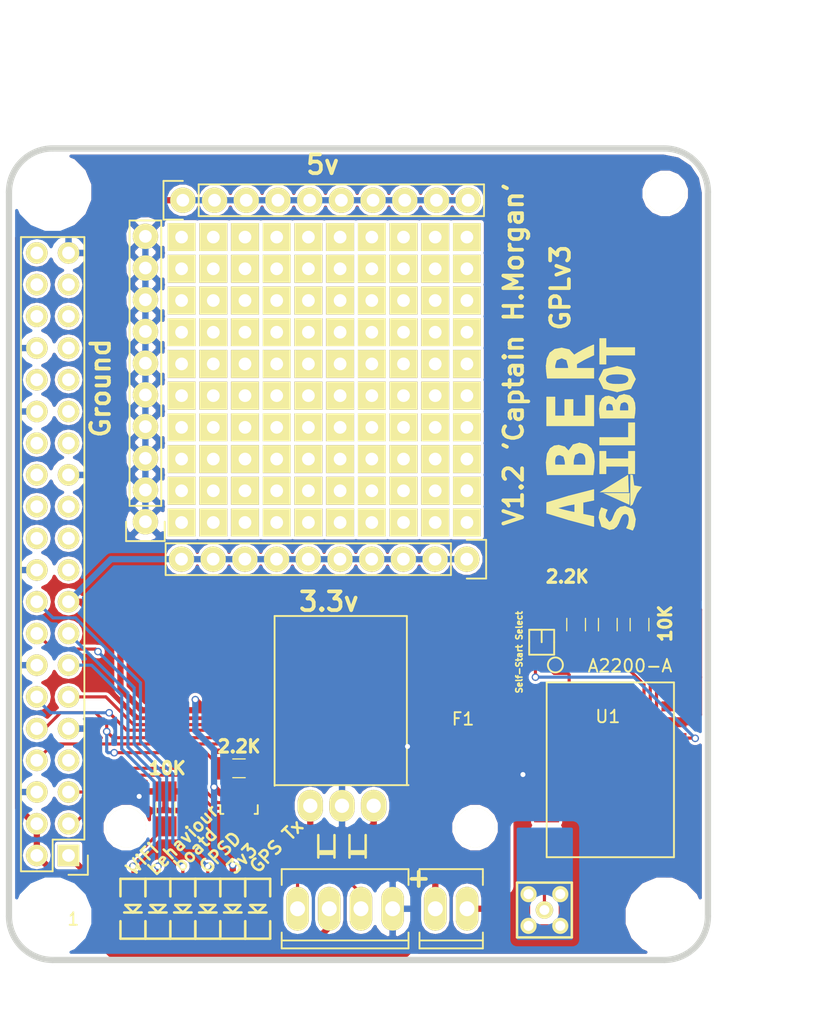
<source format=kicad_pcb>
(kicad_pcb (version 4) (host pcbnew 4.0.2-1.fc23-product)
  (layers (0 F.Cu signal) (31 B.Cu power) (34 B.Paste user) (35 F.Paste user) (36 B.SilkS user) (37 F.SilkS user) (38 B.Mask user) (39 F.Mask user) (44 Edge.Cuts user))
  (net 0 "")
  (net 1 +3V3)
  (net 2 +5V)
  (net 3 PI_LED_1)
  (net 4 GPS_RX)
  (net 5 GPS_TX)
  (net 6 PI_LED_2)
  (net 7 PI_LED_3)
  (net 8 PI_LED_4)
  (net 9 GND)
  (net 10 "Net-(J2-Pad2)")
  (net 11 "Net-(J2-Pad1)")
  (net 12 "Net-(LED1-PadK)")
  (net 13 "Net-(R1-Pad1)")
  (net 14 "Net-(F1-Pad2)")
  (net 15 Vout-1v8)
  (net 16 "Net-(R3-Pad1)")
  (net 17 "Net-(R4-Pad1)")
  (net 18 "Net-(D1-PadK)")
  (net 19 "Net-(D2-PadA)")
  (net 20 "Net-(J1-Pad3)")
  (net 21 "Net-(J1-Pad5)")
  (net 22 ON_OFF)
  (net 23 WAKEUP)
  (net 24 "Net-(J3-Pad2)")
  (net 25 "Net-(J3-Pad4)")
  (net 26 "Net-(LED5-PadA)")
  (net 27 "Net-(Q1-Pad1)")
  (net 28 "Net-(D1-PadA)")
  (module Sailbot_Custom:Pin_Header_Straight_1x01 (layer F.Cu) (at 104.76 102.56)
    (fp_text reference REF**11111010 hide)
    (fp_text value Pin_Header_Straight_1x01 hide)
    (pad 1 thru_hole rect (at 0 0) (size 2.2352 2.2352) (drill 1.016) (layers *.Cu *.Mask F.SilkS))
  )
  (module Sailbot_Custom:Pin_Header_Straight_1x01 (layer F.Cu) (at 102.22 102.56)
    (fp_text reference REF**1111910 hide)
    (fp_text value Pin_Header_Straight_1x01 hide)
    (pad 1 thru_hole rect (at 0 0) (size 2.2352 2.2352) (drill 1.016) (layers *.Cu *.Mask F.SilkS))
  )
  (module Sailbot_Custom:Pin_Header_Straight_1x01 (layer F.Cu) (at 99.68 102.56)
    (fp_text reference REF**1111810 hide)
    (fp_text value Pin_Header_Straight_1x01 hide)
    (pad 1 thru_hole rect (at 0 0) (size 2.2352 2.2352) (drill 1.016) (layers *.Cu *.Mask F.SilkS))
  )
  (module Sailbot_Custom:Pin_Header_Straight_1x01 (layer F.Cu) (at 97.14 102.56)
    (fp_text reference REF**1111710 hide)
    (fp_text value Pin_Header_Straight_1x01 hide)
    (pad 1 thru_hole rect (at 0 0) (size 2.2352 2.2352) (drill 1.016) (layers *.Cu *.Mask F.SilkS))
  )
  (module Sailbot_Custom:Pin_Header_Straight_1x01 (layer F.Cu) (at 94.6 102.56)
    (fp_text reference REF**1111610 hide)
    (fp_text value Pin_Header_Straight_1x01 hide)
    (pad 1 thru_hole rect (at 0 0) (size 2.2352 2.2352) (drill 1.016) (layers *.Cu *.Mask F.SilkS))
  )
  (module Sailbot_Custom:Pin_Header_Straight_1x01 (layer F.Cu) (at 92.06 102.56)
    (fp_text reference REF**1111510 hide)
    (fp_text value Pin_Header_Straight_1x01 hide)
    (pad 1 thru_hole rect (at 0 0) (size 2.2352 2.2352) (drill 1.016) (layers *.Cu *.Mask F.SilkS))
  )
  (module Sailbot_Custom:Pin_Header_Straight_1x01 (layer F.Cu) (at 89.52 102.56)
    (fp_text reference REF**1111410 hide)
    (fp_text value Pin_Header_Straight_1x01 hide)
    (pad 1 thru_hole rect (at 0 0) (size 2.2352 2.2352) (drill 1.016) (layers *.Cu *.Mask F.SilkS))
  )
  (module Sailbot_Custom:Pin_Header_Straight_1x01 (layer F.Cu) (at 86.98 102.56)
    (fp_text reference REF**1111310 hide)
    (fp_text value Pin_Header_Straight_1x01 hide)
    (pad 1 thru_hole rect (at 0 0) (size 2.2352 2.2352) (drill 1.016) (layers *.Cu *.Mask F.SilkS))
  )
  (module Sailbot_Custom:Pin_Header_Straight_1x01 (layer F.Cu) (at 84.44 102.56)
    (fp_text reference REF**1111210 hide)
    (fp_text value Pin_Header_Straight_1x01 hide)
    (pad 1 thru_hole rect (at 0 0) (size 2.2352 2.2352) (drill 1.016) (layers *.Cu *.Mask F.SilkS))
  )
  (module Sailbot_Custom:Pin_Header_Straight_1x01 (layer F.Cu) (at 81.9 102.56)
    (fp_text reference REF**1111110 hide)
    (fp_text value Pin_Header_Straight_1x01 hide)
    (pad 1 thru_hole rect (at 0 0) (size 2.2352 2.2352) (drill 1.016) (layers *.Cu *.Mask F.SilkS))
  )
  (module Sailbot_Custom:Pin_Header_Straight_1x01 (layer F.Cu) (at 104.76 100.02)
    (fp_text reference REF**1111109 hide)
    (fp_text value Pin_Header_Straight_1x01 hide)
    (pad 1 thru_hole rect (at 0 0) (size 2.2352 2.2352) (drill 1.016) (layers *.Cu *.Mask F.SilkS))
  )
  (module Sailbot_Custom:Pin_Header_Straight_1x01 (layer F.Cu) (at 102.22 100.02)
    (fp_text reference REF**111199 hide)
    (fp_text value Pin_Header_Straight_1x01 hide)
    (pad 1 thru_hole rect (at 0 0) (size 2.2352 2.2352) (drill 1.016) (layers *.Cu *.Mask F.SilkS))
  )
  (module Sailbot_Custom:Pin_Header_Straight_1x01 (layer F.Cu) (at 99.68 100.02)
    (fp_text reference REF**111189 hide)
    (fp_text value Pin_Header_Straight_1x01 hide)
    (pad 1 thru_hole rect (at 0 0) (size 2.2352 2.2352) (drill 1.016) (layers *.Cu *.Mask F.SilkS))
  )
  (module Sailbot_Custom:Pin_Header_Straight_1x01 (layer F.Cu) (at 97.14 100.02)
    (fp_text reference REF**111179 hide)
    (fp_text value Pin_Header_Straight_1x01 hide)
    (pad 1 thru_hole rect (at 0 0) (size 2.2352 2.2352) (drill 1.016) (layers *.Cu *.Mask F.SilkS))
  )
  (module Sailbot_Custom:Pin_Header_Straight_1x01 (layer F.Cu) (at 94.6 100.02)
    (fp_text reference REF**111169 hide)
    (fp_text value Pin_Header_Straight_1x01 hide)
    (pad 1 thru_hole rect (at 0 0) (size 2.2352 2.2352) (drill 1.016) (layers *.Cu *.Mask F.SilkS))
  )
  (module Sailbot_Custom:Pin_Header_Straight_1x01 (layer F.Cu) (at 92.06 100.02)
    (fp_text reference REF**111159 hide)
    (fp_text value Pin_Header_Straight_1x01 hide)
    (pad 1 thru_hole rect (at 0 0) (size 2.2352 2.2352) (drill 1.016) (layers *.Cu *.Mask F.SilkS))
  )
  (module Sailbot_Custom:Pin_Header_Straight_1x01 (layer F.Cu) (at 89.52 100.02)
    (fp_text reference REF**111149 hide)
    (fp_text value Pin_Header_Straight_1x01 hide)
    (pad 1 thru_hole rect (at 0 0) (size 2.2352 2.2352) (drill 1.016) (layers *.Cu *.Mask F.SilkS))
  )
  (module Sailbot_Custom:Pin_Header_Straight_1x01 (layer F.Cu) (at 86.98 100.02)
    (fp_text reference REF**111139 hide)
    (fp_text value Pin_Header_Straight_1x01 hide)
    (pad 1 thru_hole rect (at 0 0) (size 2.2352 2.2352) (drill 1.016) (layers *.Cu *.Mask F.SilkS))
  )
  (module Sailbot_Custom:Pin_Header_Straight_1x01 (layer F.Cu) (at 84.44 100.02)
    (fp_text reference REF**111129 hide)
    (fp_text value Pin_Header_Straight_1x01 hide)
    (pad 1 thru_hole rect (at 0 0) (size 2.2352 2.2352) (drill 1.016) (layers *.Cu *.Mask F.SilkS))
  )
  (module Sailbot_Custom:Pin_Header_Straight_1x01 (layer F.Cu) (at 81.9 100.02)
    (fp_text reference REF**111119 hide)
    (fp_text value Pin_Header_Straight_1x01 hide)
    (pad 1 thru_hole rect (at 0 0) (size 2.2352 2.2352) (drill 1.016) (layers *.Cu *.Mask F.SilkS))
  )
  (module Sailbot_Custom:Pin_Header_Straight_1x01 (layer F.Cu) (at 104.76 97.48)
    (fp_text reference REF**1111108 hide)
    (fp_text value Pin_Header_Straight_1x01 hide)
    (pad 1 thru_hole rect (at 0 0) (size 2.2352 2.2352) (drill 1.016) (layers *.Cu *.Mask F.SilkS))
  )
  (module Sailbot_Custom:Pin_Header_Straight_1x01 (layer F.Cu) (at 102.22 97.48)
    (fp_text reference REF**111198 hide)
    (fp_text value Pin_Header_Straight_1x01 hide)
    (pad 1 thru_hole rect (at 0 0) (size 2.2352 2.2352) (drill 1.016) (layers *.Cu *.Mask F.SilkS))
  )
  (module Sailbot_Custom:Pin_Header_Straight_1x01 (layer F.Cu) (at 99.68 97.48)
    (fp_text reference REF**111188 hide)
    (fp_text value Pin_Header_Straight_1x01 hide)
    (pad 1 thru_hole rect (at 0 0) (size 2.2352 2.2352) (drill 1.016) (layers *.Cu *.Mask F.SilkS))
  )
  (module Sailbot_Custom:Pin_Header_Straight_1x01 (layer F.Cu) (at 97.14 97.48)
    (fp_text reference REF**111178 hide)
    (fp_text value Pin_Header_Straight_1x01 hide)
    (pad 1 thru_hole rect (at 0 0) (size 2.2352 2.2352) (drill 1.016) (layers *.Cu *.Mask F.SilkS))
  )
  (module Sailbot_Custom:Pin_Header_Straight_1x01 (layer F.Cu) (at 94.6 97.48)
    (fp_text reference REF**111168 hide)
    (fp_text value Pin_Header_Straight_1x01 hide)
    (pad 1 thru_hole rect (at 0 0) (size 2.2352 2.2352) (drill 1.016) (layers *.Cu *.Mask F.SilkS))
  )
  (module Sailbot_Custom:Pin_Header_Straight_1x01 (layer F.Cu) (at 92.06 97.48)
    (fp_text reference REF**111158 hide)
    (fp_text value Pin_Header_Straight_1x01 hide)
    (pad 1 thru_hole rect (at 0 0) (size 2.2352 2.2352) (drill 1.016) (layers *.Cu *.Mask F.SilkS))
  )
  (module Sailbot_Custom:Pin_Header_Straight_1x01 (layer F.Cu) (at 89.52 97.48)
    (fp_text reference REF**111148 hide)
    (fp_text value Pin_Header_Straight_1x01 hide)
    (pad 1 thru_hole rect (at 0 0) (size 2.2352 2.2352) (drill 1.016) (layers *.Cu *.Mask F.SilkS))
  )
  (module Sailbot_Custom:Pin_Header_Straight_1x01 (layer F.Cu) (at 86.98 97.48)
    (fp_text reference REF**111138 hide)
    (fp_text value Pin_Header_Straight_1x01 hide)
    (pad 1 thru_hole rect (at 0 0) (size 2.2352 2.2352) (drill 1.016) (layers *.Cu *.Mask F.SilkS))
  )
  (module Sailbot_Custom:Pin_Header_Straight_1x01 (layer F.Cu) (at 84.44 97.48)
    (fp_text reference REF**111128 hide)
    (fp_text value Pin_Header_Straight_1x01 hide)
    (pad 1 thru_hole rect (at 0 0) (size 2.2352 2.2352) (drill 1.016) (layers *.Cu *.Mask F.SilkS))
  )
  (module Sailbot_Custom:Pin_Header_Straight_1x01 (layer F.Cu) (at 81.9 97.48)
    (fp_text reference REF**111118 hide)
    (fp_text value Pin_Header_Straight_1x01 hide)
    (pad 1 thru_hole rect (at 0 0) (size 2.2352 2.2352) (drill 1.016) (layers *.Cu *.Mask F.SilkS))
  )
  (module Sailbot_Custom:Pin_Header_Straight_1x01 (layer F.Cu) (at 104.76 94.94)
    (fp_text reference REF**1111107 hide)
    (fp_text value Pin_Header_Straight_1x01 hide)
    (pad 1 thru_hole rect (at 0 0) (size 2.2352 2.2352) (drill 1.016) (layers *.Cu *.Mask F.SilkS))
  )
  (module Sailbot_Custom:Pin_Header_Straight_1x01 (layer F.Cu) (at 102.22 94.94)
    (fp_text reference REF**111197 hide)
    (fp_text value Pin_Header_Straight_1x01 hide)
    (pad 1 thru_hole rect (at 0 0) (size 2.2352 2.2352) (drill 1.016) (layers *.Cu *.Mask F.SilkS))
  )
  (module Sailbot_Custom:Pin_Header_Straight_1x01 (layer F.Cu) (at 99.68 94.94)
    (fp_text reference REF**111187 hide)
    (fp_text value Pin_Header_Straight_1x01 hide)
    (pad 1 thru_hole rect (at 0 0) (size 2.2352 2.2352) (drill 1.016) (layers *.Cu *.Mask F.SilkS))
  )
  (module Sailbot_Custom:Pin_Header_Straight_1x01 (layer F.Cu) (at 97.14 94.94)
    (fp_text reference REF**111177 hide)
    (fp_text value Pin_Header_Straight_1x01 hide)
    (pad 1 thru_hole rect (at 0 0) (size 2.2352 2.2352) (drill 1.016) (layers *.Cu *.Mask F.SilkS))
  )
  (module Sailbot_Custom:Pin_Header_Straight_1x01 (layer F.Cu) (at 94.6 94.94)
    (fp_text reference REF**111167 hide)
    (fp_text value Pin_Header_Straight_1x01 hide)
    (pad 1 thru_hole rect (at 0 0) (size 2.2352 2.2352) (drill 1.016) (layers *.Cu *.Mask F.SilkS))
  )
  (module Sailbot_Custom:Pin_Header_Straight_1x01 (layer F.Cu) (at 92.06 94.94)
    (fp_text reference REF**111157 hide)
    (fp_text value Pin_Header_Straight_1x01 hide)
    (pad 1 thru_hole rect (at 0 0) (size 2.2352 2.2352) (drill 1.016) (layers *.Cu *.Mask F.SilkS))
  )
  (module Sailbot_Custom:Pin_Header_Straight_1x01 (layer F.Cu) (at 89.52 94.94)
    (fp_text reference REF**111147 hide)
    (fp_text value Pin_Header_Straight_1x01 hide)
    (pad 1 thru_hole rect (at 0 0) (size 2.2352 2.2352) (drill 1.016) (layers *.Cu *.Mask F.SilkS))
  )
  (module Sailbot_Custom:Pin_Header_Straight_1x01 (layer F.Cu) (at 86.98 94.94)
    (fp_text reference REF**111137 hide)
    (fp_text value Pin_Header_Straight_1x01 hide)
    (pad 1 thru_hole rect (at 0 0) (size 2.2352 2.2352) (drill 1.016) (layers *.Cu *.Mask F.SilkS))
  )
  (module Sailbot_Custom:Pin_Header_Straight_1x01 (layer F.Cu) (at 84.44 94.94)
    (fp_text reference REF**111127 hide)
    (fp_text value Pin_Header_Straight_1x01 hide)
    (pad 1 thru_hole rect (at 0 0) (size 2.2352 2.2352) (drill 1.016) (layers *.Cu *.Mask F.SilkS))
  )
  (module Sailbot_Custom:Pin_Header_Straight_1x01 (layer F.Cu) (at 81.9 94.94)
    (fp_text reference REF**111117 hide)
    (fp_text value Pin_Header_Straight_1x01 hide)
    (pad 1 thru_hole rect (at 0 0) (size 2.2352 2.2352) (drill 1.016) (layers *.Cu *.Mask F.SilkS))
  )
  (module Sailbot_Custom:Pin_Header_Straight_1x01 (layer F.Cu) (at 104.76 92.4)
    (fp_text reference REF**1111106 hide)
    (fp_text value Pin_Header_Straight_1x01 hide)
    (pad 1 thru_hole rect (at 0 0) (size 2.2352 2.2352) (drill 1.016) (layers *.Cu *.Mask F.SilkS))
  )
  (module Sailbot_Custom:Pin_Header_Straight_1x01 (layer F.Cu) (at 102.22 92.4)
    (fp_text reference REF**111196 hide)
    (fp_text value Pin_Header_Straight_1x01 hide)
    (pad 1 thru_hole rect (at 0 0) (size 2.2352 2.2352) (drill 1.016) (layers *.Cu *.Mask F.SilkS))
  )
  (module Sailbot_Custom:Pin_Header_Straight_1x01 (layer F.Cu) (at 99.68 92.4)
    (fp_text reference REF**111186 hide)
    (fp_text value Pin_Header_Straight_1x01 hide)
    (pad 1 thru_hole rect (at 0 0) (size 2.2352 2.2352) (drill 1.016) (layers *.Cu *.Mask F.SilkS))
  )
  (module Sailbot_Custom:Pin_Header_Straight_1x01 (layer F.Cu) (at 97.14 92.4)
    (fp_text reference REF**111176 hide)
    (fp_text value Pin_Header_Straight_1x01 hide)
    (pad 1 thru_hole rect (at 0 0) (size 2.2352 2.2352) (drill 1.016) (layers *.Cu *.Mask F.SilkS))
  )
  (module Sailbot_Custom:Pin_Header_Straight_1x01 (layer F.Cu) (at 94.6 92.4)
    (fp_text reference REF**111166 hide)
    (fp_text value Pin_Header_Straight_1x01 hide)
    (pad 1 thru_hole rect (at 0 0) (size 2.2352 2.2352) (drill 1.016) (layers *.Cu *.Mask F.SilkS))
  )
  (module Sailbot_Custom:Pin_Header_Straight_1x01 (layer F.Cu) (at 92.06 92.4)
    (fp_text reference REF**111156 hide)
    (fp_text value Pin_Header_Straight_1x01 hide)
    (pad 1 thru_hole rect (at 0 0) (size 2.2352 2.2352) (drill 1.016) (layers *.Cu *.Mask F.SilkS))
  )
  (module Sailbot_Custom:Pin_Header_Straight_1x01 (layer F.Cu) (at 89.52 92.4)
    (fp_text reference REF**111146 hide)
    (fp_text value Pin_Header_Straight_1x01 hide)
    (pad 1 thru_hole rect (at 0 0) (size 2.2352 2.2352) (drill 1.016) (layers *.Cu *.Mask F.SilkS))
  )
  (module Sailbot_Custom:Pin_Header_Straight_1x01 (layer F.Cu) (at 86.98 92.4)
    (fp_text reference REF**111136 hide)
    (fp_text value Pin_Header_Straight_1x01 hide)
    (pad 1 thru_hole rect (at 0 0) (size 2.2352 2.2352) (drill 1.016) (layers *.Cu *.Mask F.SilkS))
  )
  (module Sailbot_Custom:Pin_Header_Straight_1x01 (layer F.Cu) (at 84.44 92.4)
    (fp_text reference REF**111126 hide)
    (fp_text value Pin_Header_Straight_1x01 hide)
    (pad 1 thru_hole rect (at 0 0) (size 2.2352 2.2352) (drill 1.016) (layers *.Cu *.Mask F.SilkS))
  )
  (module Sailbot_Custom:Pin_Header_Straight_1x01 (layer F.Cu) (at 81.9 92.4)
    (fp_text reference REF**111116 hide)
    (fp_text value Pin_Header_Straight_1x01 hide)
    (pad 1 thru_hole rect (at 0 0) (size 2.2352 2.2352) (drill 1.016) (layers *.Cu *.Mask F.SilkS))
  )
  (module Sailbot_Custom:Pin_Header_Straight_1x01 (layer F.Cu) (at 104.76 89.86)
    (fp_text reference REF**1111105 hide)
    (fp_text value Pin_Header_Straight_1x01 hide)
    (pad 1 thru_hole rect (at 0 0) (size 2.2352 2.2352) (drill 1.016) (layers *.Cu *.Mask F.SilkS))
  )
  (module Sailbot_Custom:Pin_Header_Straight_1x01 (layer F.Cu) (at 102.22 89.86)
    (fp_text reference REF**111195 hide)
    (fp_text value Pin_Header_Straight_1x01 hide)
    (pad 1 thru_hole rect (at 0 0) (size 2.2352 2.2352) (drill 1.016) (layers *.Cu *.Mask F.SilkS))
  )
  (module Sailbot_Custom:Pin_Header_Straight_1x01 (layer F.Cu) (at 99.68 89.86)
    (fp_text reference REF**111185 hide)
    (fp_text value Pin_Header_Straight_1x01 hide)
    (pad 1 thru_hole rect (at 0 0) (size 2.2352 2.2352) (drill 1.016) (layers *.Cu *.Mask F.SilkS))
  )
  (module Sailbot_Custom:Pin_Header_Straight_1x01 (layer F.Cu) (at 97.14 89.86)
    (fp_text reference REF**111175 hide)
    (fp_text value Pin_Header_Straight_1x01 hide)
    (pad 1 thru_hole rect (at 0 0) (size 2.2352 2.2352) (drill 1.016) (layers *.Cu *.Mask F.SilkS))
  )
  (module Sailbot_Custom:Pin_Header_Straight_1x01 (layer F.Cu) (at 94.6 89.86)
    (fp_text reference REF**111165 hide)
    (fp_text value Pin_Header_Straight_1x01 hide)
    (pad 1 thru_hole rect (at 0 0) (size 2.2352 2.2352) (drill 1.016) (layers *.Cu *.Mask F.SilkS))
  )
  (module Sailbot_Custom:Pin_Header_Straight_1x01 (layer F.Cu) (at 92.06 89.86)
    (fp_text reference REF**111155 hide)
    (fp_text value Pin_Header_Straight_1x01 hide)
    (pad 1 thru_hole rect (at 0 0) (size 2.2352 2.2352) (drill 1.016) (layers *.Cu *.Mask F.SilkS))
  )
  (module Sailbot_Custom:Pin_Header_Straight_1x01 (layer F.Cu) (at 89.52 89.86)
    (fp_text reference REF**111145 hide)
    (fp_text value Pin_Header_Straight_1x01 hide)
    (pad 1 thru_hole rect (at 0 0) (size 2.2352 2.2352) (drill 1.016) (layers *.Cu *.Mask F.SilkS))
  )
  (module Sailbot_Custom:Pin_Header_Straight_1x01 (layer F.Cu) (at 86.98 89.86)
    (fp_text reference REF**111135 hide)
    (fp_text value Pin_Header_Straight_1x01 hide)
    (pad 1 thru_hole rect (at 0 0) (size 2.2352 2.2352) (drill 1.016) (layers *.Cu *.Mask F.SilkS))
  )
  (module Sailbot_Custom:Pin_Header_Straight_1x01 (layer F.Cu) (at 84.44 89.86)
    (fp_text reference REF**111125 hide)
    (fp_text value Pin_Header_Straight_1x01 hide)
    (pad 1 thru_hole rect (at 0 0) (size 2.2352 2.2352) (drill 1.016) (layers *.Cu *.Mask F.SilkS))
  )
  (module Sailbot_Custom:Pin_Header_Straight_1x01 (layer F.Cu) (at 81.9 89.86)
    (fp_text reference REF**111115 hide)
    (fp_text value Pin_Header_Straight_1x01 hide)
    (pad 1 thru_hole rect (at 0 0) (size 2.2352 2.2352) (drill 1.016) (layers *.Cu *.Mask F.SilkS))
  )
  (module Sailbot_Custom:Pin_Header_Straight_1x01 (layer F.Cu) (at 104.76 87.32)
    (fp_text reference REF**1111104 hide)
    (fp_text value Pin_Header_Straight_1x01 hide)
    (pad 1 thru_hole rect (at 0 0) (size 2.2352 2.2352) (drill 1.016) (layers *.Cu *.Mask F.SilkS))
  )
  (module Sailbot_Custom:Pin_Header_Straight_1x01 (layer F.Cu) (at 102.22 87.32)
    (fp_text reference REF**111194 hide)
    (fp_text value Pin_Header_Straight_1x01 hide)
    (pad 1 thru_hole rect (at 0 0) (size 2.2352 2.2352) (drill 1.016) (layers *.Cu *.Mask F.SilkS))
  )
  (module Sailbot_Custom:Pin_Header_Straight_1x01 (layer F.Cu) (at 99.68 87.32)
    (fp_text reference REF**111184 hide)
    (fp_text value Pin_Header_Straight_1x01 hide)
    (pad 1 thru_hole rect (at 0 0) (size 2.2352 2.2352) (drill 1.016) (layers *.Cu *.Mask F.SilkS))
  )
  (module Sailbot_Custom:Pin_Header_Straight_1x01 (layer F.Cu) (at 97.14 87.32)
    (fp_text reference REF**111174 hide)
    (fp_text value Pin_Header_Straight_1x01 hide)
    (pad 1 thru_hole rect (at 0 0) (size 2.2352 2.2352) (drill 1.016) (layers *.Cu *.Mask F.SilkS))
  )
  (module Sailbot_Custom:Pin_Header_Straight_1x01 (layer F.Cu) (at 94.6 87.32)
    (fp_text reference REF**111164 hide)
    (fp_text value Pin_Header_Straight_1x01 hide)
    (pad 1 thru_hole rect (at 0 0) (size 2.2352 2.2352) (drill 1.016) (layers *.Cu *.Mask F.SilkS))
  )
  (module Sailbot_Custom:Pin_Header_Straight_1x01 (layer F.Cu) (at 92.06 87.32)
    (fp_text reference REF**111154 hide)
    (fp_text value Pin_Header_Straight_1x01 hide)
    (pad 1 thru_hole rect (at 0 0) (size 2.2352 2.2352) (drill 1.016) (layers *.Cu *.Mask F.SilkS))
  )
  (module Sailbot_Custom:Pin_Header_Straight_1x01 (layer F.Cu) (at 89.52 87.32)
    (fp_text reference REF**111144 hide)
    (fp_text value Pin_Header_Straight_1x01 hide)
    (pad 1 thru_hole rect (at 0 0) (size 2.2352 2.2352) (drill 1.016) (layers *.Cu *.Mask F.SilkS))
  )
  (module Sailbot_Custom:Pin_Header_Straight_1x01 (layer F.Cu) (at 86.98 87.32)
    (fp_text reference REF**111134 hide)
    (fp_text value Pin_Header_Straight_1x01 hide)
    (pad 1 thru_hole rect (at 0 0) (size 2.2352 2.2352) (drill 1.016) (layers *.Cu *.Mask F.SilkS))
  )
  (module Sailbot_Custom:Pin_Header_Straight_1x01 (layer F.Cu) (at 84.44 87.32)
    (fp_text reference REF**111124 hide)
    (fp_text value Pin_Header_Straight_1x01 hide)
    (pad 1 thru_hole rect (at 0 0) (size 2.2352 2.2352) (drill 1.016) (layers *.Cu *.Mask F.SilkS))
  )
  (module Sailbot_Custom:Pin_Header_Straight_1x01 (layer F.Cu) (at 81.9 87.32)
    (fp_text reference REF**111114 hide)
    (fp_text value Pin_Header_Straight_1x01 hide)
    (pad 1 thru_hole rect (at 0 0) (size 2.2352 2.2352) (drill 1.016) (layers *.Cu *.Mask F.SilkS))
  )
  (module Sailbot_Custom:Pin_Header_Straight_1x01 (layer F.Cu) (at 104.76 84.78)
    (fp_text reference REF**1111103 hide)
    (fp_text value Pin_Header_Straight_1x01 hide)
    (pad 1 thru_hole rect (at 0 0) (size 2.2352 2.2352) (drill 1.016) (layers *.Cu *.Mask F.SilkS))
  )
  (module Sailbot_Custom:Pin_Header_Straight_1x01 (layer F.Cu) (at 102.22 84.78)
    (fp_text reference REF**111193 hide)
    (fp_text value Pin_Header_Straight_1x01 hide)
    (pad 1 thru_hole rect (at 0 0) (size 2.2352 2.2352) (drill 1.016) (layers *.Cu *.Mask F.SilkS))
  )
  (module Sailbot_Custom:Pin_Header_Straight_1x01 (layer F.Cu) (at 99.68 84.78)
    (fp_text reference REF**111183 hide)
    (fp_text value Pin_Header_Straight_1x01 hide)
    (pad 1 thru_hole rect (at 0 0) (size 2.2352 2.2352) (drill 1.016) (layers *.Cu *.Mask F.SilkS))
  )
  (module Sailbot_Custom:Pin_Header_Straight_1x01 (layer F.Cu) (at 97.14 84.78)
    (fp_text reference REF**111173 hide)
    (fp_text value Pin_Header_Straight_1x01 hide)
    (pad 1 thru_hole rect (at 0 0) (size 2.2352 2.2352) (drill 1.016) (layers *.Cu *.Mask F.SilkS))
  )
  (module Sailbot_Custom:Pin_Header_Straight_1x01 (layer F.Cu) (at 94.6 84.78)
    (fp_text reference REF**111163 hide)
    (fp_text value Pin_Header_Straight_1x01 hide)
    (pad 1 thru_hole rect (at 0 0) (size 2.2352 2.2352) (drill 1.016) (layers *.Cu *.Mask F.SilkS))
  )
  (module Sailbot_Custom:Pin_Header_Straight_1x01 (layer F.Cu) (at 92.06 84.78)
    (fp_text reference REF**111153 hide)
    (fp_text value Pin_Header_Straight_1x01 hide)
    (pad 1 thru_hole rect (at 0 0) (size 2.2352 2.2352) (drill 1.016) (layers *.Cu *.Mask F.SilkS))
  )
  (module Sailbot_Custom:Pin_Header_Straight_1x01 (layer F.Cu) (at 89.52 84.78)
    (fp_text reference REF**111143 hide)
    (fp_text value Pin_Header_Straight_1x01 hide)
    (pad 1 thru_hole rect (at 0 0) (size 2.2352 2.2352) (drill 1.016) (layers *.Cu *.Mask F.SilkS))
  )
  (module Sailbot_Custom:Pin_Header_Straight_1x01 (layer F.Cu) (at 86.98 84.78)
    (fp_text reference REF**111133 hide)
    (fp_text value Pin_Header_Straight_1x01 hide)
    (pad 1 thru_hole rect (at 0 0) (size 2.2352 2.2352) (drill 1.016) (layers *.Cu *.Mask F.SilkS))
  )
  (module Sailbot_Custom:Pin_Header_Straight_1x01 (layer F.Cu) (at 84.44 84.78)
    (fp_text reference REF**111123 hide)
    (fp_text value Pin_Header_Straight_1x01 hide)
    (pad 1 thru_hole rect (at 0 0) (size 2.2352 2.2352) (drill 1.016) (layers *.Cu *.Mask F.SilkS))
  )
  (module Sailbot_Custom:Pin_Header_Straight_1x01 (layer F.Cu) (at 81.9 84.78)
    (fp_text reference REF**111113 hide)
    (fp_text value Pin_Header_Straight_1x01 hide)
    (pad 1 thru_hole rect (at 0 0) (size 2.2352 2.2352) (drill 1.016) (layers *.Cu *.Mask F.SilkS))
  )
  (module Sailbot_Custom:Pin_Header_Straight_1x01 (layer F.Cu) (at 104.76 82.24)
    (fp_text reference REF**1111102 hide)
    (fp_text value Pin_Header_Straight_1x01 hide)
    (pad 1 thru_hole rect (at 0 0) (size 2.2352 2.2352) (drill 1.016) (layers *.Cu *.Mask F.SilkS))
  )
  (module Sailbot_Custom:Pin_Header_Straight_1x01 (layer F.Cu) (at 102.22 82.24)
    (fp_text reference REF**111192 hide)
    (fp_text value Pin_Header_Straight_1x01 hide)
    (pad 1 thru_hole rect (at 0 0) (size 2.2352 2.2352) (drill 1.016) (layers *.Cu *.Mask F.SilkS))
  )
  (module Sailbot_Custom:Pin_Header_Straight_1x01 (layer F.Cu) (at 99.68 82.24)
    (fp_text reference REF**111182 hide)
    (fp_text value Pin_Header_Straight_1x01 hide)
    (pad 1 thru_hole rect (at 0 0) (size 2.2352 2.2352) (drill 1.016) (layers *.Cu *.Mask F.SilkS))
  )
  (module Sailbot_Custom:Pin_Header_Straight_1x01 (layer F.Cu) (at 97.14 82.24)
    (fp_text reference REF**111172 hide)
    (fp_text value Pin_Header_Straight_1x01 hide)
    (pad 1 thru_hole rect (at 0 0) (size 2.2352 2.2352) (drill 1.016) (layers *.Cu *.Mask F.SilkS))
  )
  (module Sailbot_Custom:Pin_Header_Straight_1x01 (layer F.Cu) (at 94.6 82.24)
    (fp_text reference REF**111162 hide)
    (fp_text value Pin_Header_Straight_1x01 hide)
    (pad 1 thru_hole rect (at 0 0) (size 2.2352 2.2352) (drill 1.016) (layers *.Cu *.Mask F.SilkS))
  )
  (module Sailbot_Custom:Pin_Header_Straight_1x01 (layer F.Cu) (at 92.06 82.24)
    (fp_text reference REF**111152 hide)
    (fp_text value Pin_Header_Straight_1x01 hide)
    (pad 1 thru_hole rect (at 0 0) (size 2.2352 2.2352) (drill 1.016) (layers *.Cu *.Mask F.SilkS))
  )
  (module Sailbot_Custom:Pin_Header_Straight_1x01 (layer F.Cu) (at 89.52 82.24)
    (fp_text reference REF**111142 hide)
    (fp_text value Pin_Header_Straight_1x01 hide)
    (pad 1 thru_hole rect (at 0 0) (size 2.2352 2.2352) (drill 1.016) (layers *.Cu *.Mask F.SilkS))
  )
  (module Sailbot_Custom:Pin_Header_Straight_1x01 (layer F.Cu) (at 86.98 82.24)
    (fp_text reference REF**111132 hide)
    (fp_text value Pin_Header_Straight_1x01 hide)
    (pad 1 thru_hole rect (at 0 0) (size 2.2352 2.2352) (drill 1.016) (layers *.Cu *.Mask F.SilkS))
  )
  (module Sailbot_Custom:Pin_Header_Straight_1x01 (layer F.Cu) (at 84.44 82.24)
    (fp_text reference REF**111122 hide)
    (fp_text value Pin_Header_Straight_1x01 hide)
    (pad 1 thru_hole rect (at 0 0) (size 2.2352 2.2352) (drill 1.016) (layers *.Cu *.Mask F.SilkS))
  )
  (module Sailbot_Custom:Pin_Header_Straight_1x01 (layer F.Cu) (at 81.9 82.24)
    (fp_text reference REF**111112 hide)
    (fp_text value Pin_Header_Straight_1x01 hide)
    (pad 1 thru_hole rect (at 0 0) (size 2.2352 2.2352) (drill 1.016) (layers *.Cu *.Mask F.SilkS))
  )
  (module Sailbot_Custom:Pin_Header_Straight_1x01 (layer F.Cu) (at 104.76 79.7)
    (fp_text reference REF**1111101 hide)
    (fp_text value Pin_Header_Straight_1x01 hide)
    (pad 1 thru_hole rect (at 0 0) (size 2.2352 2.2352) (drill 1.016) (layers *.Cu *.Mask F.SilkS))
  )
  (module Sailbot_Custom:Pin_Header_Straight_1x01 (layer F.Cu) (at 102.22 79.7)
    (fp_text reference REF**111191 hide)
    (fp_text value Pin_Header_Straight_1x01 hide)
    (pad 1 thru_hole rect (at 0 0) (size 2.2352 2.2352) (drill 1.016) (layers *.Cu *.Mask F.SilkS))
  )
  (module Sailbot_Custom:Pin_Header_Straight_1x01 (layer F.Cu) (at 99.68 79.7)
    (fp_text reference REF**111181 hide)
    (fp_text value Pin_Header_Straight_1x01 hide)
    (pad 1 thru_hole rect (at 0 0) (size 2.2352 2.2352) (drill 1.016) (layers *.Cu *.Mask F.SilkS))
  )
  (module Sailbot_Custom:Pin_Header_Straight_1x01 (layer F.Cu) (at 97.14 79.7)
    (fp_text reference REF**111171 hide)
    (fp_text value Pin_Header_Straight_1x01 hide)
    (pad 1 thru_hole rect (at 0 0) (size 2.2352 2.2352) (drill 1.016) (layers *.Cu *.Mask F.SilkS))
  )
  (module Sailbot_Custom:Pin_Header_Straight_1x01 (layer F.Cu) (at 94.6 79.7)
    (fp_text reference REF**111161 hide)
    (fp_text value Pin_Header_Straight_1x01 hide)
    (pad 1 thru_hole rect (at 0 0) (size 2.2352 2.2352) (drill 1.016) (layers *.Cu *.Mask F.SilkS))
  )
  (module Sailbot_Custom:Pin_Header_Straight_1x01 (layer F.Cu) (at 92.06 79.7)
    (fp_text reference REF**111151 hide)
    (fp_text value Pin_Header_Straight_1x01 hide)
    (pad 1 thru_hole rect (at 0 0) (size 2.2352 2.2352) (drill 1.016) (layers *.Cu *.Mask F.SilkS))
  )
  (module Sailbot_Custom:Pin_Header_Straight_1x01 (layer F.Cu) (at 89.52 79.7)
    (fp_text reference REF**111141 hide)
    (fp_text value Pin_Header_Straight_1x01 hide)
    (pad 1 thru_hole rect (at 0 0) (size 2.2352 2.2352) (drill 1.016) (layers *.Cu *.Mask F.SilkS))
  )
  (module Sailbot_Custom:Pin_Header_Straight_1x01 (layer F.Cu) (at 86.98 79.7)
    (fp_text reference REF**111131 hide)
    (fp_text value Pin_Header_Straight_1x01 hide)
    (pad 1 thru_hole rect (at 0 0) (size 2.2352 2.2352) (drill 1.016) (layers *.Cu *.Mask F.SilkS))
  )
  (module Sailbot_Custom:Pin_Header_Straight_1x01 (layer F.Cu) (at 84.44 79.7)
    (fp_text reference REF**111121 hide)
    (fp_text value Pin_Header_Straight_1x01 hide)
    (pad 1 thru_hole rect (at 0 0) (size 2.2352 2.2352) (drill 1.016) (layers *.Cu *.Mask F.SilkS))
  )
  (module Pin_Headers:Pin_Header_Straight_1x10 (layer F.Cu) (at 82 76.75 90)
    (fp_text reference REF**11 hide)
    (fp_text value Pin_Header_Straight_1x10)
    (pad 1 thru_hole circle (at 0 0 90) (size 2.032 2.032) (drill 1.016) (layers *.Cu *.Mask F.SilkS) (net 2 +5V))
    (pad 2 thru_hole circle (at 0 2.54 90) (size 2.032 2.032) (drill 1.016) (layers *.Cu *.Mask F.SilkS) (net 2 +5V))
    (pad 3 thru_hole circle (at 0 5.08 90) (size 2.032 2.032) (drill 1.016) (layers *.Cu *.Mask F.SilkS) (net 2 +5V))
    (pad 4 thru_hole circle (at 0 7.62 90) (size 2.032 2.032) (drill 1.016) (layers *.Cu *.Mask F.SilkS) (net 2 +5V))
    (pad 5 thru_hole circle (at 0 10.16 90) (size 2.032 2.032) (drill 1.016) (layers *.Cu *.Mask F.SilkS) (net 2 +5V))
    (pad 6 thru_hole circle (at 0 12.7 90) (size 2.032 2.032) (drill 1.016) (layers *.Cu *.Mask F.SilkS) (net 2 +5V))
    (pad 7 thru_hole circle (at 0 15.24 90) (size 2.032 2.032) (drill 1.016) (layers *.Cu *.Mask F.SilkS) (net 2 +5V))
    (pad 8 thru_hole circle (at 0 17.78 90) (size 2.032 2.032) (drill 1.016) (layers *.Cu *.Mask F.SilkS) (net 2 +5V))
    (pad 9 thru_hole circle (at 0 20.32 90) (size 2.032 2.032) (drill 1.016) (layers *.Cu *.Mask F.SilkS) (net 2 +5V))
    (pad 10 thru_hole circle (at 0 22.86 90) (size 2.032 2.032) (drill 1.016) (layers *.Cu *.Mask F.SilkS) (net 2 +5V))
  )
  (module Pin_Headers:Pin_Header_Straight_1x10 (layer F.Cu) (at 79 102.5 180)
    (fp_text reference REF**11 hide)
    (fp_text value Pin_Header_Straight_1x10 hide)
    (pad 1 thru_hole circle (at 0 0 180) (size 2.032 2.032) (drill 1.016) (layers *.Cu *.Mask F.SilkS) (net 9 GND))
    (pad 2 thru_hole circle (at 0 2.54 180) (size 2.032 2.032) (drill 1.016) (layers *.Cu *.Mask F.SilkS) (net 9 GND))
    (pad 3 thru_hole circle (at 0 5.08 180) (size 2.032 2.032) (drill 1.016) (layers *.Cu *.Mask F.SilkS) (net 9 GND))
    (pad 4 thru_hole circle (at 0 7.62 180) (size 2.032 2.032) (drill 1.016) (layers *.Cu *.Mask F.SilkS) (net 9 GND))
    (pad 5 thru_hole circle (at 0 10.16 180) (size 2.032 2.032) (drill 1.016) (layers *.Cu *.Mask F.SilkS) (net 9 GND))
    (pad 6 thru_hole circle (at 0 12.7 180) (size 2.032 2.032) (drill 1.016) (layers *.Cu *.Mask F.SilkS) (net 9 GND))
    (pad 7 thru_hole circle (at 0 15.24 180) (size 2.032 2.032) (drill 1.016) (layers *.Cu *.Mask F.SilkS) (net 9 GND))
    (pad 8 thru_hole circle (at 0 17.78 180) (size 2.032 2.032) (drill 1.016) (layers *.Cu *.Mask F.SilkS) (net 9 GND))
    (pad 9 thru_hole circle (at 0 20.32 180) (size 2.032 2.032) (drill 1.016) (layers *.Cu *.Mask F.SilkS) (net 9 GND))
    (pad 10 thru_hole circle (at 0 22.86 180) (size 2.032 2.032) (drill 1.016) (layers *.Cu *.Mask F.SilkS) (net 9 GND))
  )
  (module Sailbot_Custom:ARDUINO_SHIELD_3_HOLE (layer F.Cu) (at 69.85 60.96 270)
    (fp_text reference ARDUINO_SHIELD hide)
    (fp_text value val** hide)
    (pad "" np_thru_hole circle (at 66.04 -7.62) (size 3.175 3.175) (drill 3.175) (layers *.Cu *.Mask F.SilkS))
    (pad "" np_thru_hole circle (at 66.04 -35.56) (size 3.175 3.175) (drill 3.175) (layers *.Cu *.Mask F.SilkS))
    (pad "" np_thru_hole circle (at 15.24 -50.8) (size 3.175 3.175) (drill 3.175) (layers *.Cu *.Mask F.SilkS))
  )
  (module RPi_Hat:RPi_Hat_Mounting_Hole (layer F.Cu) (at 71.57 76.1)
    (fp_text reference 1112 hide)
    (fp_text value "" hide)
    (pad "" np_thru_hole circle (at 0 0) (size 2.75 2.75) (drill 2.75) (layers *.Cu *.Mask) (clearance 1.725))
  )
  (module RPi_Hat:RPi_Hat_Mounting_Hole (layer F.Cu) (at 120.57 134.1)
    (fp_text reference 1121 hide)
    (fp_text value "" hide)
    (pad "" np_thru_hole circle (at 0 0) (size 2.75 2.75) (drill 2.75) (layers *.Cu *.Mask) (clearance 1.725))
  )
  (module Pin_Headers:Pin_Header_Straight_2x20 (layer F.Cu) (at 72.84 129.23 180)
    (fp_text reference J1 (at 0 -5.1 180) (layer F.SilkS))
    (fp_text value RPi_GPIO)
    (pad 1 thru_hole rect (at 0 0 180) (size 1.7272 1.7272) (drill 1.016) (layers *.Cu *.Mask F.SilkS) (net 1 +3V3))
    (pad 2 thru_hole oval (at 2.54 0 180) (size 1.7272 1.7272) (drill 1.016) (layers *.Cu *.Mask F.SilkS) (net 2 +5V))
    (pad 3 thru_hole oval (at 0 2.54 180) (size 1.7272 1.7272) (drill 1.016) (layers *.Cu *.Mask F.SilkS) (net 20 "Net-(J1-Pad3)"))
    (pad 4 thru_hole oval (at 2.54 2.54 180) (size 1.7272 1.7272) (drill 1.016) (layers *.Cu *.Mask F.SilkS) (net 2 +5V))
    (pad 5 thru_hole oval (at 0 5.08 180) (size 1.7272 1.7272) (drill 1.016) (layers *.Cu *.Mask F.SilkS) (net 21 "Net-(J1-Pad5)"))
    (pad 6 thru_hole oval (at 2.54 5.08 180) (size 1.7272 1.7272) (drill 1.016) (layers *.Cu *.Mask F.SilkS) (net 9 GND))
    (pad 7 thru_hole oval (at 0 7.62 180) (size 1.7272 1.7272) (drill 1.016) (layers *.Cu *.Mask F.SilkS))
    (pad 8 thru_hole oval (at 2.54 7.62 180) (size 1.7272 1.7272) (drill 1.016) (layers *.Cu *.Mask F.SilkS) (net 4 GPS_RX))
    (pad 9 thru_hole oval (at 0 10.16 180) (size 1.7272 1.7272) (drill 1.016) (layers *.Cu *.Mask F.SilkS) (net 9 GND))
    (pad 10 thru_hole oval (at 2.54 10.16 180) (size 1.7272 1.7272) (drill 1.016) (layers *.Cu *.Mask F.SilkS) (net 5 GPS_TX))
    (pad 11 thru_hole oval (at 0 12.7 180) (size 1.7272 1.7272) (drill 1.016) (layers *.Cu *.Mask F.SilkS) (net 22 ON_OFF))
    (pad 12 thru_hole oval (at 2.54 12.7 180) (size 1.7272 1.7272) (drill 1.016) (layers *.Cu *.Mask F.SilkS) (net 23 WAKEUP))
    (pad 13 thru_hole oval (at 0 15.24 180) (size 1.7272 1.7272) (drill 1.016) (layers *.Cu *.Mask F.SilkS) (net 3 PI_LED_1))
    (pad 14 thru_hole oval (at 2.54 15.24 180) (size 1.7272 1.7272) (drill 1.016) (layers *.Cu *.Mask F.SilkS) (net 9 GND))
    (pad 15 thru_hole oval (at 0 17.78 180) (size 1.7272 1.7272) (drill 1.016) (layers *.Cu *.Mask F.SilkS) (net 6 PI_LED_2))
    (pad 16 thru_hole oval (at 2.54 17.78 180) (size 1.7272 1.7272) (drill 1.016) (layers *.Cu *.Mask F.SilkS) (net 7 PI_LED_3))
    (pad 17 thru_hole oval (at 0 20.32 180) (size 1.7272 1.7272) (drill 1.016) (layers *.Cu *.Mask F.SilkS) (net 1 +3V3))
    (pad 18 thru_hole oval (at 2.54 20.32 180) (size 1.7272 1.7272) (drill 1.016) (layers *.Cu *.Mask F.SilkS) (net 8 PI_LED_4))
    (pad 19 thru_hole oval (at 0 22.86 180) (size 1.7272 1.7272) (drill 1.016) (layers *.Cu *.Mask F.SilkS))
    (pad 20 thru_hole oval (at 2.54 22.86 180) (size 1.7272 1.7272) (drill 1.016) (layers *.Cu *.Mask F.SilkS) (net 9 GND))
    (pad 21 thru_hole oval (at 0 25.4 180) (size 1.7272 1.7272) (drill 1.016) (layers *.Cu *.Mask F.SilkS))
    (pad 22 thru_hole oval (at 2.54 25.4 180) (size 1.7272 1.7272) (drill 1.016) (layers *.Cu *.Mask F.SilkS))
    (pad 23 thru_hole oval (at 0 27.94 180) (size 1.7272 1.7272) (drill 1.016) (layers *.Cu *.Mask F.SilkS))
    (pad 24 thru_hole oval (at 2.54 27.94 180) (size 1.7272 1.7272) (drill 1.016) (layers *.Cu *.Mask F.SilkS))
    (pad 25 thru_hole oval (at 0 30.48 180) (size 1.7272 1.7272) (drill 1.016) (layers *.Cu *.Mask F.SilkS) (net 9 GND))
    (pad 26 thru_hole oval (at 2.54 30.48 180) (size 1.7272 1.7272) (drill 1.016) (layers *.Cu *.Mask F.SilkS))
    (pad 27 thru_hole oval (at 0 33.02 180) (size 1.7272 1.7272) (drill 1.016) (layers *.Cu *.Mask F.SilkS))
    (pad 28 thru_hole oval (at 2.54 33.02 180) (size 1.7272 1.7272) (drill 1.016) (layers *.Cu *.Mask F.SilkS))
    (pad 29 thru_hole oval (at 0 35.56 180) (size 1.7272 1.7272) (drill 1.016) (layers *.Cu *.Mask F.SilkS))
    (pad 30 thru_hole oval (at 2.54 35.56 180) (size 1.7272 1.7272) (drill 1.016) (layers *.Cu *.Mask F.SilkS) (net 9 GND))
    (pad 31 thru_hole oval (at 0 38.1 180) (size 1.7272 1.7272) (drill 1.016) (layers *.Cu *.Mask F.SilkS))
    (pad 32 thru_hole oval (at 2.54 38.1 180) (size 1.7272 1.7272) (drill 1.016) (layers *.Cu *.Mask F.SilkS))
    (pad 33 thru_hole oval (at 0 40.64 180) (size 1.7272 1.7272) (drill 1.016) (layers *.Cu *.Mask F.SilkS))
    (pad 34 thru_hole oval (at 2.54 40.64 180) (size 1.7272 1.7272) (drill 1.016) (layers *.Cu *.Mask F.SilkS) (net 9 GND))
    (pad 35 thru_hole oval (at 0 43.18 180) (size 1.7272 1.7272) (drill 1.016) (layers *.Cu *.Mask F.SilkS))
    (pad 36 thru_hole oval (at 2.54 43.18 180) (size 1.7272 1.7272) (drill 1.016) (layers *.Cu *.Mask F.SilkS))
    (pad 37 thru_hole oval (at 0 45.72 180) (size 1.7272 1.7272) (drill 1.016) (layers *.Cu *.Mask F.SilkS))
    (pad 38 thru_hole oval (at 2.54 45.72 180) (size 1.7272 1.7272) (drill 1.016) (layers *.Cu *.Mask F.SilkS))
    (pad 39 thru_hole oval (at 0 48.26 180) (size 1.7272 1.7272) (drill 1.016) (layers *.Cu *.Mask F.SilkS) (net 9 GND))
    (pad 40 thru_hole oval (at 2.54 48.26 180) (size 1.7272 1.7272) (drill 1.016) (layers *.Cu *.Mask F.SilkS))
  )
  (module Sockets_MOLEX_KK-System:Socket_MOLEX-KK-RM2-54mm_Lock_2pin_straight (layer F.Cu) (at 103.5 133.5 180)
    (fp_text reference P1 hide)
    (fp_text value BATT)
    (pad 1 thru_hole oval (at -1.27 0 180) (size 1.80086 3.50012) (drill 1.19888) (layers *.Cu *.Mask F.SilkS) (net 14 "Net-(F1-Pad2)"))
    (pad 2 thru_hole oval (at 1.27 0 180) (size 1.80086 3.50012) (drill 1.19888) (layers *.Cu *.Mask F.SilkS) (net 28 "Net-(D1-PadA)"))
  )
  (module A2200-A:A2200-A (layer F.Cu) (at 116.05 122.17)
    (fp_text reference U1 (at 0 -4.064) (layer F.SilkS))
    (fp_text value A2200-A (at 1.778 -8.128) (layer F.SilkS))
    (pad 1 smd rect (at -4.9 -6.15) (size 2 0.8) (layers F.Cu F.Paste F.Mask))
    (pad 2 smd rect (at -4.9 -4.88) (size 2 0.8) (layers F.Cu F.Paste F.Mask) (net 15 Vout-1v8))
    (pad 3 smd rect (at -4.9 -3.61) (size 2 0.8) (layers F.Cu F.Paste F.Mask) (net 5 GPS_TX))
    (pad 4 smd rect (at -4.9 -2.34) (size 2 0.8) (layers F.Cu F.Paste F.Mask) (net 4 GPS_RX))
    (pad 5 smd rect (at -4.9 -1.07) (size 2 0.8) (layers F.Cu F.Paste F.Mask) (net 9 GND))
    (pad 6 smd rect (at -4.9 0.2) (size 2 0.8) (layers F.Cu F.Paste F.Mask) (net 24 "Net-(J3-Pad2)"))
    (pad 7 smd rect (at -4.9 1.47) (size 2 0.8) (layers F.Cu F.Paste F.Mask) (net 9 GND))
    (pad 8 smd rect (at -4.9 2.74) (size 2 0.8) (layers F.Cu F.Paste F.Mask) (net 9 GND))
    (pad 9 smd rect (at -4.9 4.01) (size 2 0.8) (layers F.Cu F.Paste F.Mask))
    (pad 10 smd rect (at -4.9 5.28) (size 2 0.8) (layers F.Cu F.Paste F.Mask) (net 10 "Net-(J2-Pad2)"))
    (pad 11 smd rect (at -4.9 6.55) (size 2 0.8) (layers F.Cu F.Paste F.Mask) (net 11 "Net-(J2-Pad1)"))
    (pad 12 smd rect (at 5.3 6.55) (size 2 0.8) (layers F.Cu F.Paste F.Mask))
    (pad 13 smd rect (at 5.3 5.28) (size 2 0.8) (layers F.Cu F.Paste F.Mask))
    (pad 14 smd rect (at 5.3 4.01) (size 2 0.8) (layers F.Cu F.Paste F.Mask))
    (pad 15 smd rect (at 5.3 2.74) (size 2 0.8) (layers F.Cu F.Paste F.Mask) (net 16 "Net-(R3-Pad1)"))
    (pad 16 smd rect (at 5.3 1.47) (size 2 0.8) (layers F.Cu F.Paste F.Mask) (net 17 "Net-(R4-Pad1)"))
    (pad 17 smd rect (at 5.3 0.2) (size 2 0.8) (layers F.Cu F.Paste F.Mask) (net 13 "Net-(R1-Pad1)"))
    (pad 18 smd rect (at 5.3 -1.07) (size 2 0.8) (layers F.Cu F.Paste F.Mask))
    (pad 19 smd rect (at 5.3 -2.34) (size 2 0.8) (layers F.Cu F.Paste F.Mask) (net 25 "Net-(J3-Pad4)"))
    (pad 20 smd rect (at 5.3 -3.61) (size 2 0.8) (layers F.Cu F.Paste F.Mask) (net 1 +3V3))
    (pad 21 smd rect (at 5.3 -4.88) (size 2 0.8) (layers F.Cu F.Paste F.Mask))
    (pad 22 smd rect (at 5.3 -6.15) (size 2 0.8) (layers F.Cu F.Paste F.Mask) (net 1 +3V3))
    (pad 23 smd rect (at -1.8 -1.8) (size 1.2 1.2) (layers F.Cu F.Paste F.Mask))
    (pad 24 smd rect (at -1.8 0) (size 1.2 1.2) (layers F.Cu F.Paste F.Mask))
    (pad 25 smd rect (at -1.8 1.8) (size 1.2 1.2) (layers F.Cu F.Paste F.Mask))
    (pad 26 smd rect (at 0 -1.8) (size 1.2 1.2) (layers F.Cu F.Paste F.Mask))
    (pad 27 smd rect (at 0 0) (size 1.2 1.2) (layers F.Cu F.Paste F.Mask))
    (pad 29 smd rect (at 0 1.8) (size 1.2 1.2) (layers F.Cu F.Paste F.Mask))
    (pad 30 smd rect (at 1.8 -1.8) (size 1.2 1.2) (layers F.Cu F.Paste F.Mask))
    (pad 31 smd rect (at 1.8 0) (size 1.2 1.2) (layers F.Cu F.Paste F.Mask))
    (pad 32 smd rect (at 1.8 1.8) (size 1.2 1.2) (layers F.Cu F.Paste F.Mask))
  )
  (module RPi_Hat:RPi_Hat_Mounting_Hole (layer F.Cu) (at 71.57 134.1)
    (fp_text reference 1111 hide)
    (fp_text value "" hide)
    (pad "" np_thru_hole circle (at 0 0) (size 2.75 2.75) (drill 2.75) (layers *.Cu *.Mask) (clearance 1.725))
  )
  (module Fuse_Holders_and_Fuses:Fuse_SMD1206_HandSoldering (layer F.Cu) (at 104.5 120.5)
    (fp_text reference F1 (at -0.0508 -2.19964) (layer F.SilkS))
    (fp_text value POLYFUSE)
    (pad 1 smd rect (at -2.08534 0 90) (size 2.02946 2.65176) (layers F.Cu F.Paste F.Mask) (net 9 GND))
    (pad 2 smd rect (at 2.08534 0 90) (size 2.02946 2.65176) (layers F.Cu F.Paste F.Mask) (net 14 "Net-(F1-Pad2)"))
  )
  (module Universal:MMCX_V (layer F.Cu) (at 110.97 133.6)
    (fp_text reference J2 hide)
    (fp_text value MMCX_H hide)
    (pad 4 thru_hole circle (at -1.27 1.27) (size 1.2954 1.2954) (drill 0.79756) (layers *.Cu *.Mask B.Paste F.SilkS) (net 10 "Net-(J2-Pad2)") (clearance 0.09906))
    (pad 5 thru_hole circle (at 1.27 1.27) (size 1.2954 1.2954) (drill 0.79756) (layers *.Cu *.Mask B.Paste F.SilkS) (net 10 "Net-(J2-Pad2)") (clearance 0.19558))
    (pad 3 thru_hole circle (at 1.27 -1.27) (size 1.2954 1.2954) (drill 0.79756) (layers *.Cu *.Mask B.Paste F.SilkS) (net 10 "Net-(J2-Pad2)") (clearance 0.09906))
    (pad 2 thru_hole circle (at -1.27 -1.27) (size 1.2954 1.2954) (drill 0.79756) (layers *.Cu *.Mask B.Paste F.SilkS) (net 10 "Net-(J2-Pad2)") (clearance 0.09906))
    (pad 1 thru_hole circle (at 0 0) (size 1.397 1.397) (drill 0.79756) (layers *.Cu *.Mask B.Paste F.SilkS) (net 11 "Net-(J2-Pad1)") (clearance 0.19558))
  )
  (module FT:DIODE_SOD-323 (layer F.Cu) (at 96 128.5 90)
    (fp_text reference D2)
    (fp_text value DIODE_SCHOTTKY hide)
    (pad K smd rect (at -1.14808 0 90) (size 0.62992 0.82804) (layers F.Cu F.Paste F.Mask) (net 2 +5V))
    (pad A smd rect (at 1.14808 0 90) (size 0.62992 0.82804) (layers F.Cu F.Paste F.Mask) (net 19 "Net-(D2-PadA)"))
  )
  (module FT:DIODE_SOD-323 (layer F.Cu) (at 93.5 128.5 90)
    (fp_text reference D1)
    (fp_text value DIODE_SCHOTTKY hide)
    (pad K smd rect (at -1.14808 0 90) (size 0.62992 0.82804) (layers F.Cu F.Paste F.Mask) (net 18 "Net-(D1-PadK)"))
    (pad A smd rect (at 1.14808 0 90) (size 0.62992 0.82804) (layers F.Cu F.Paste F.Mask) (net 28 "Net-(D1-PadA)"))
  )
  (module Sockets_MOLEX_KK-System:Socket_MOLEX-KK-RM2-54mm_Lock_4pin_straight (layer F.Cu) (at 95 133.5 180)
    (fp_text reference JP1 hide)
    (fp_text value M02X02)
    (pad 1 thru_hole oval (at -3.81 0 180) (size 1.80086 3.50012) (drill 1.19888) (layers *.Cu *.Mask F.SilkS) (net 9 GND))
    (pad 2 thru_hole oval (at -1.27 0 180) (size 1.80086 3.50012) (drill 1.19888) (layers *.Cu *.Mask F.SilkS) (net 21 "Net-(J1-Pad5)"))
    (pad 3 thru_hole oval (at 1.27 0 180) (size 1.80086 3.50012) (drill 1.19888) (layers *.Cu *.Mask F.SilkS) (net 1 +3V3))
    (pad 4 thru_hole oval (at 3.81 0 180) (size 1.80086 3.50012) (drill 1.19888) (layers *.Cu *.Mask F.SilkS) (net 20 "Net-(J1-Pad3)"))
  )
  (module Sailbot_Custom:2-WAY-SMD-JUMPER (layer F.Cu) (at 110.75 112.15 270)
    (fp_text reference J3 hide)
    (fp_text value PINHEADER_2X2_SMD hide)
    (fp_text user "Self-Start Select" (at 0.8 1.8 270) (layer F.SilkS) (effects (font (size 0.5 0.5) (thickness 0.125))))
    (pad 1 smd rect (at -0.5 -0.5 270) (size 0.75 0.75) (layers F.Cu F.Mask) (net 22 ON_OFF))
    (pad 2 smd rect (at 0.5 -0.5 270) (size 0.75 0.75) (layers F.Cu F.Mask) (net 24 "Net-(J3-Pad2)"))
    (pad 4 smd rect (at 0.5 0.5 270) (size 0.75 0.75) (layers F.Cu F.Mask) (net 25 "Net-(J3-Pad4)"))
    (pad 3 smd rect (at -0.5 0.5 270) (size 0.75 0.75) (layers F.Cu F.Mask) (net 23 WAKEUP))
  )
  (module TO_SOT_Packages_SMD:SOT-23 (layer F.Cu) (at 86.5 125.25 180)
    (fp_text reference Q1 hide)
    (fp_text value Q_NPN_BCE)
    (pad 1 smd rect (at -0.95 1.00076 180) (size 0.8001 0.8001) (layers F.Cu F.Paste F.Mask) (net 27 "Net-(Q1-Pad1)"))
    (pad 2 smd rect (at 0.95 1.00076 180) (size 0.8001 0.8001) (layers F.Cu F.Paste F.Mask) (net 1 +3V3))
    (pad 3 smd rect (at 0 -0.99822 180) (size 0.8001 0.8001) (layers F.Cu F.Paste F.Mask) (net 26 "Net-(LED5-PadA)"))
  )
  (module Pin_Headers:Pin_Header_Straight_1x10 (layer F.Cu) (at 104.75 105.5 270)
    (fp_text reference REF**11 hide)
    (fp_text value Pin_Header_Straight_1x10 hide)
    (pad 1 thru_hole circle (at 0 0 270) (size 2.032 2.032) (drill 1.016) (layers *.Cu *.Mask F.SilkS) (net 1 +3V3))
    (pad 2 thru_hole circle (at 0 2.54 270) (size 2.032 2.032) (drill 1.016) (layers *.Cu *.Mask F.SilkS) (net 1 +3V3))
    (pad 3 thru_hole circle (at 0 5.08 270) (size 2.032 2.032) (drill 1.016) (layers *.Cu *.Mask F.SilkS) (net 1 +3V3))
    (pad 4 thru_hole circle (at 0 7.62 270) (size 2.032 2.032) (drill 1.016) (layers *.Cu *.Mask F.SilkS) (net 1 +3V3))
    (pad 5 thru_hole circle (at 0 10.16 270) (size 2.032 2.032) (drill 1.016) (layers *.Cu *.Mask F.SilkS) (net 1 +3V3))
    (pad 6 thru_hole circle (at 0 12.7 270) (size 2.032 2.032) (drill 1.016) (layers *.Cu *.Mask F.SilkS) (net 1 +3V3))
    (pad 7 thru_hole circle (at 0 15.24 270) (size 2.032 2.032) (drill 1.016) (layers *.Cu *.Mask F.SilkS) (net 1 +3V3))
    (pad 8 thru_hole circle (at 0 17.78 270) (size 2.032 2.032) (drill 1.016) (layers *.Cu *.Mask F.SilkS) (net 1 +3V3))
    (pad 9 thru_hole circle (at 0 20.32 270) (size 2.032 2.032) (drill 1.016) (layers *.Cu *.Mask F.SilkS) (net 1 +3V3))
    (pad 10 thru_hole circle (at 0 22.86 270) (size 2.032 2.032) (drill 1.016) (layers *.Cu *.Mask F.SilkS) (net 1 +3V3))
  )
  (module Sailbot_Custom:Pin_Header_Straight_1x01 (layer F.Cu) (at 81.9 79.7)
    (fp_text reference REF**111111 hide)
    (fp_text value Pin_Header_Straight_1x01 hide)
    (pad 1 thru_hole rect (at 0 0) (size 2.2352 2.2352) (drill 1.016) (layers *.Cu *.Mask F.SilkS))
  )
  (module Sailbot_Custom:LED-1206 (layer F.Cu) (at 86 133.5 270)
    (fp_text reference LED6)
    (fp_text value LED)
    (pad A smd rect (at -1.4986 0 270) (size 1.19888 1.39954) (layers F.Cu F.Paste F.Mask) (net 1 +3V3))
    (pad K smd rect (at 1.4986 0 270) (size 1.19888 1.39954) (layers F.Cu F.Paste F.Mask) (net 12 "Net-(LED1-PadK)"))
  )
  (module Sailbot_Custom:LED-1206 (layer F.Cu) (at 88 133.5 270)
    (fp_text reference LED5)
    (fp_text value LED)
    (pad A smd rect (at -1.4986 0 270) (size 1.19888 1.39954) (layers F.Cu F.Paste F.Mask) (net 26 "Net-(LED5-PadA)"))
    (pad K smd rect (at 1.4986 0 270) (size 1.19888 1.39954) (layers F.Cu F.Paste F.Mask) (net 12 "Net-(LED1-PadK)"))
  )
  (module Sailbot_Custom:LED-1206 (layer F.Cu) (at 84 133.5 270)
    (fp_text reference LED4)
    (fp_text value LED)
    (pad A smd rect (at -1.4986 0 270) (size 1.19888 1.39954) (layers F.Cu F.Paste F.Mask) (net 8 PI_LED_4))
    (pad K smd rect (at 1.4986 0 270) (size 1.19888 1.39954) (layers F.Cu F.Paste F.Mask) (net 12 "Net-(LED1-PadK)"))
  )
  (module Sailbot_Custom:LED-1206 (layer F.Cu) (at 82 133.5 270)
    (fp_text reference LED3)
    (fp_text value LED)
    (pad A smd rect (at -1.4986 0 270) (size 1.19888 1.39954) (layers F.Cu F.Paste F.Mask) (net 7 PI_LED_3))
    (pad K smd rect (at 1.4986 0 270) (size 1.19888 1.39954) (layers F.Cu F.Paste F.Mask) (net 12 "Net-(LED1-PadK)"))
  )
  (module Sailbot_Custom:LED-1206 (layer F.Cu) (at 80 133.5 270)
    (fp_text reference LED2)
    (fp_text value LED)
    (pad A smd rect (at -1.4986 0 270) (size 1.19888 1.39954) (layers F.Cu F.Paste F.Mask) (net 6 PI_LED_2))
    (pad K smd rect (at 1.4986 0 270) (size 1.19888 1.39954) (layers F.Cu F.Paste F.Mask) (net 12 "Net-(LED1-PadK)"))
  )
  (module Sailbot_Custom:LED-1206 (layer F.Cu) (at 78 133.5 270)
    (fp_text reference LED1)
    (fp_text value LED)
    (pad A smd rect (at -1.4986 0 270) (size 1.19888 1.39954) (layers F.Cu F.Paste F.Mask) (net 3 PI_LED_1))
    (pad K smd rect (at 1.4986 0 270) (size 1.19888 1.39954) (layers F.Cu F.Paste F.Mask) (net 12 "Net-(LED1-PadK)"))
  )
  (module Sailbot_Custom:Resistor-1206 (layer F.Cu) (at 116.05 110.74 90)
    (fp_text reference R4)
    (fp_text value 2.2k hide)
    (pad 1 smd rect (at -1.39954 0 90) (size 1.59766 1.79832) (layers F.Cu F.Paste F.Mask) (net 17 "Net-(R4-Pad1)"))
    (pad 2 smd rect (at 1.39954 0 90) (size 1.59766 1.79832) (layers F.Cu F.Paste F.Mask) (net 15 Vout-1v8))
  )
  (module Sailbot_Custom:Resistor-1206 (layer F.Cu) (at 113.51 110.74 90)
    (fp_text reference R3)
    (fp_text value 2.2k hide)
    (pad 1 smd rect (at -1.39954 0 90) (size 1.59766 1.79832) (layers F.Cu F.Paste F.Mask) (net 16 "Net-(R3-Pad1)"))
    (pad 2 smd rect (at 1.39954 0 90) (size 1.59766 1.79832) (layers F.Cu F.Paste F.Mask) (net 15 Vout-1v8))
  )
  (module Sailbot_Custom:Resistor-1206 (layer F.Cu) (at 80.6 125.5 90)
    (fp_text reference R2)
    (fp_text value 10k hide)
    (pad 1 smd rect (at -1.39954 0 90) (size 1.59766 1.79832) (layers F.Cu F.Paste F.Mask) (net 12 "Net-(LED1-PadK)"))
    (pad 2 smd rect (at 1.39954 0 90) (size 1.59766 1.79832) (layers F.Cu F.Paste F.Mask) (net 9 GND))
  )
  (module Sailbot_Custom:Resistor-1206 (layer F.Cu) (at 118.59 110.74 90)
    (fp_text reference R1)
    (fp_text value 10k hide)
    (pad 1 smd rect (at -1.39954 0 90) (size 1.59766 1.79832) (layers F.Cu F.Paste F.Mask) (net 13 "Net-(R1-Pad1)"))
    (pad 2 smd rect (at 1.39954 0 90) (size 1.59766 1.79832) (layers F.Cu F.Paste F.Mask) (net 15 Vout-1v8))
  )
  (module Sailbot_Custom:Resistor-1206 (layer F.Cu) (at 86.5 122.25 180)
    (fp_text reference R5)
    (fp_text value 2.2 hide)
    (pad 1 smd rect (at -1.39954 0 180) (size 1.59766 1.79832) (layers F.Cu F.Paste F.Mask) (net 27 "Net-(Q1-Pad1)"))
    (pad 2 smd rect (at 1.39954 0 180) (size 1.59766 1.79832) (layers F.Cu F.Paste F.Mask) (net 5 GPS_TX))
  )
  (module Sailbot_Custom:TO-220 (layer F.Cu) (at 94.75 125.25)
    (fp_text reference U2 hide)
    (fp_text value "Racom R-78B5.0-1.5L")
    (pad 2 thru_hole oval (at 0 0) (size 2.032 2.54) (drill 1.143) (layers *.Cu *.Mask F.SilkS) (net 9 GND))
    (pad 3 thru_hole oval (at 2.54 0) (size 2.032 2.54) (drill 1.143) (layers *.Cu *.Mask F.SilkS) (net 19 "Net-(D2-PadA)"))
    (pad 1 thru_hole oval (at -2.54 0) (size 2.032 2.54) (drill 1.143) (layers *.Cu *.Mask F.SilkS) (net 18 "Net-(D1-PadK)"))
  )
  (module Sailbot_Custom:Sailbot_Logo (layer F.Cu) (at 115 95.5 90)
    (fp_text reference svg2mod hide)
    (fp_text value G*** hide)
  )
  (gr_text GPSD (at 85 129 45) (layer F.SilkS) (effects (font (size 1 1) (thickness 0.2))))
  (gr_text behaviour (at 82 128 45) (layer F.SilkS) (effects (font (size 1 1) (thickness 0.2))))
  (gr_text boatd (at 83 128.75 45) (layer F.SilkS) (effects (font (size 1 1) (thickness 0.2))))
  (gr_text WiFi (at 78.75 129.5 45) (layer F.SilkS) (effects (font (size 1 1) (thickness 0.2))))
  (gr_text 3v3 (at 86.75 129.5 45) (layer F.SilkS) (effects (font (size 1 1) (thickness 0.2))))
  (gr_text "GPS Tx" (at 89.5 128.5 45) (layer F.SilkS) (effects (font (size 1 1) (thickness 0.2))))
  (gr_text "V1.2 'Captain H.Morgan' " (at 108.5 88.5 90) (layer F.SilkS) (effects (font (size 1.5 1.5) (thickness 0.3))))
  (gr_text 2.2K (at 86.5 120.5) (layer F.SilkS) (effects (font (size 1 1) (thickness 0.25))))
  (gr_text 10K (at 80.75 122.25) (layer F.SilkS) (effects (font (size 1 1) (thickness 0.25))))
  (gr_text + (at 100.9 131) (layer F.SilkS) (effects (font (size 1.5 1.5) (thickness 0.3))))
  (gr_text GPLv3 (at 112.25 83.75 90) (layer F.SilkS) (effects (font (size 1.5 1.5) (thickness 0.3))))
  (gr_text 3.3v (at 93.7 108.9) (layer F.SilkS) (effects (font (size 1.5 1.5) (thickness 0.3))))
  (gr_text 5v (at 93.2 73.9) (layer F.SilkS) (effects (font (size 1.5 1.5) (thickness 0.3))))
  (gr_text Ground (at 75.4 91.8 90) (layer F.SilkS) (effects (font (size 1.5 1.5) (thickness 0.3))))
  (gr_text 10K (at 120.65 110.65 90) (layer F.SilkS) (effects (font (size 1 1) (thickness 0.25))))
  (gr_text 2.2K (at 112.8 106.9) (layer F.SilkS) (effects (font (size 1 1) (thickness 0.25))))
  (gr_arc (start 120.57 76.1) (end 120.57 72.6) (angle 90) (layer Edge.Cuts) (width 0.5))
  (gr_line (start 124.07 134.1) (end 124.07 76.1) (layer Edge.Cuts) (width 0.5))
  (gr_line (start 71.57 72.6) (end 120.57 72.6) (layer Edge.Cuts) (width 0.5))
  (gr_line (start 68.07 134.1) (end 68.07 76.1) (layer Edge.Cuts) (width 0.5))
  (gr_line (start 71.57 137.6) (end 120.57 137.6) (layer Edge.Cuts) (width 0.5))
  (gr_arc (start 120.57 134.1) (end 124.07 134.1) (angle 90) (layer Edge.Cuts) (width 0.5))
  (gr_arc (start 71.57 76.1) (end 68.07 76.1) (angle 90) (layer Edge.Cuts) (width 0.5))
  (gr_arc (start 71.57 134.1) (end 71.57 137.6) (angle 90) (layer Edge.Cuts) (width 0.5))
  (segment (start 103.75 125) (end 103.75 124.89808) (width 0.25) (layer F.Cu) (net 0))
  (segment (start 81.89 105.5) (end 76.25 105.5) (width 0.5) (layer B.Cu) (net 1))
  (segment (start 76.25 105.5) (end 72.84 108.91) (width 0.5) (layer B.Cu) (net 1))
  (segment (start 104.75 105.5) (end 102.21 105.5) (width 0.5) (layer B.Cu) (net 1))
  (segment (start 102.21 105.5) (end 99.67 105.5) (width 0.5) (layer B.Cu) (net 1))
  (segment (start 99.67 105.5) (end 97.13 105.5) (width 0.5) (layer B.Cu) (net 1))
  (segment (start 97.13 105.5) (end 94.59 105.5) (width 0.5) (layer B.Cu) (net 1))
  (segment (start 94.59 105.5) (end 92.05 105.5) (width 0.5) (layer B.Cu) (net 1))
  (segment (start 92.05 105.5) (end 89.51 105.5) (width 0.5) (layer B.Cu) (net 1))
  (segment (start 89.51 105.5) (end 86.97 105.5) (width 0.5) (layer B.Cu) (net 1))
  (segment (start 86.97 105.5) (end 84.43 105.5) (width 0.5) (layer B.Cu) (net 1))
  (segment (start 84.43 105.5) (end 81.89 105.5) (width 0.5) (layer B.Cu) (net 1))
  (segment (start 92.2 115.9) (end 105.35 115.9) (width 0.5) (layer F.Cu) (net 1))
  (segment (start 123.35 114.95) (end 123.35 109.55) (width 0.5) (layer F.Cu) (net 1))
  (segment (start 83.5 117.6) (end 90.5 117.6) (width 0.5) (layer F.Cu) (net 1))
  (segment (start 90.5 117.6) (end 92.2 115.9) (width 0.5) (layer F.Cu) (net 1))
  (segment (start 106.65 111.15) (end 111.05 106.75) (width 0.5) (layer F.Cu) (net 1))
  (segment (start 111.05 106.75) (end 120.55 106.75) (width 0.5) (layer F.Cu) (net 1))
  (segment (start 120.55 106.75) (end 123.35 109.55) (width 0.5) (layer F.Cu) (net 1))
  (segment (start 106.65 114.6) (end 106.65 111.15) (width 0.5) (layer F.Cu) (net 1))
  (segment (start 105.35 115.9) (end 106.65 114.6) (width 0.5) (layer F.Cu) (net 1))
  (segment (start 84.5 123.75) (end 84.5 120.75) (width 0.5) (layer B.Cu) (net 1))
  (segment (start 84.5 120.75) (end 83 119.25) (width 0.5) (layer B.Cu) (net 1))
  (segment (start 83 119.25) (end 83 116.75) (width 0.5) (layer B.Cu) (net 1))
  (via (at 83 116.75) (size 0.6) (drill 0.4) (layers F.Cu B.Cu) (net 1))
  (segment (start 83 116.75) (end 83.5 117.25) (width 0.5) (layer F.Cu) (net 1))
  (segment (start 83.5 117.25) (end 83.5 117.6) (width 0.5) (layer F.Cu) (net 1))
  (segment (start 86 132.0014) (end 86 130) (width 0.5) (layer F.Cu) (net 1))
  (segment (start 84.99924 124.24924) (end 85.55 124.24924) (width 0.5) (layer F.Cu) (net 1))
  (segment (start 84.5 123.75) (end 84.99924 124.24924) (width 0.5) (layer F.Cu) (net 1))
  (via (at 84.5 123.75) (size 0.6) (drill 0.4) (layers F.Cu B.Cu) (net 1))
  (segment (start 84.5 128.5) (end 84.5 123.75) (width 0.5) (layer B.Cu) (net 1))
  (segment (start 86 130) (end 84.5 128.5) (width 0.5) (layer B.Cu) (net 1))
  (via (at 86 130) (size 0.6) (drill 0.4) (layers F.Cu B.Cu) (net 1))
  (segment (start 89.5 136.199998) (end 92.500002 136.199998) (width 0.5) (layer F.Cu) (net 1))
  (segment (start 92.500002 136.199998) (end 94.03 134.67) (width 0.5) (layer F.Cu) (net 1))
  (segment (start 94.03 134.67) (end 94.03 133.4) (width 0.5) (layer F.Cu) (net 1))
  (segment (start 86 132.0014) (end 86 133.2) (width 0.5) (layer F.Cu) (net 1))
  (segment (start 89.5 134.3) (end 89.5 136.199998) (width 0.5) (layer F.Cu) (net 1))
  (segment (start 89.1 133.9) (end 89.5 134.3) (width 0.5) (layer F.Cu) (net 1))
  (segment (start 86.7 133.9) (end 89.1 133.9) (width 0.5) (layer F.Cu) (net 1))
  (segment (start 86 133.2) (end 86.7 133.9) (width 0.5) (layer F.Cu) (net 1))
  (segment (start 72.84 108.91) (end 73.81 108.91) (width 0.5) (layer F.Cu) (net 1))
  (segment (start 78.7 117.6) (end 83.5 117.6) (width 0.5) (layer F.Cu) (net 1))
  (segment (start 77 115.9) (end 78.7 117.6) (width 0.5) (layer F.Cu) (net 1))
  (segment (start 77 112.1) (end 77 115.9) (width 0.5) (layer F.Cu) (net 1))
  (segment (start 73.81 108.91) (end 77 112.1) (width 0.5) (layer F.Cu) (net 1))
  (segment (start 76.755024 136.199998) (end 76.755024 136.155024) (width 0.5) (layer F.Cu) (net 1))
  (segment (start 89.5 136.199998) (end 76.755024 136.199998) (width 0.5) (layer F.Cu) (net 1))
  (segment (start 76.1 132.49) (end 72.84 129.23) (width 0.5) (layer F.Cu) (net 1))
  (segment (start 76.1 135.5) (end 76.1 132.49) (width 0.5) (layer F.Cu) (net 1))
  (segment (start 76.755024 136.155024) (end 76.1 135.5) (width 0.5) (layer F.Cu) (net 1))
  (segment (start 121.35 116.02) (end 122.28 116.02) (width 0.5) (layer F.Cu) (net 1))
  (segment (start 122.28 116.02) (end 123.35 114.95) (width 0.5) (layer F.Cu) (net 1))
  (segment (start 121.35 118.56) (end 122.74 118.56) (width 0.5) (layer F.Cu) (net 1))
  (segment (start 123.35 117.95) (end 123.35 114.95) (width 0.5) (layer F.Cu) (net 1))
  (segment (start 122.74 118.56) (end 123.35 117.95) (width 0.5) (layer F.Cu) (net 1))
  (segment (start 99.6 137.1) (end 99.9 137.1) (width 0.5) (layer F.Cu) (net 2))
  (segment (start 70.3 129.23) (end 71.67 130.6) (width 0.5) (layer F.Cu) (net 2))
  (segment (start 73 130.6) (end 71.67 130.6) (width 0.5) (layer F.Cu) (net 2))
  (segment (start 75.2 132.8) (end 73 130.6) (width 0.5) (layer F.Cu) (net 2))
  (segment (start 75.2 136.1) (end 75.2 132.8) (width 0.5) (layer F.Cu) (net 2))
  (segment (start 76.2 137.1) (end 75.2 136.1) (width 0.5) (layer F.Cu) (net 2))
  (segment (start 76.2 137.1) (end 99.6 137.1) (width 0.5) (layer F.Cu) (net 2))
  (segment (start 96 130.25) (end 96 129.64808) (width 0.5) (layer F.Cu) (net 2))
  (segment (start 96.5 130.75) (end 96 130.25) (width 0.5) (layer F.Cu) (net 2))
  (segment (start 99.5 130.75) (end 96.5 130.75) (width 0.5) (layer F.Cu) (net 2))
  (segment (start 100.5 131.75) (end 99.5 130.75) (width 0.5) (layer F.Cu) (net 2))
  (segment (start 100.5 136.5) (end 100.5 131.75) (width 0.5) (layer F.Cu) (net 2))
  (segment (start 99.9 137.1) (end 100.5 136.5) (width 0.5) (layer F.Cu) (net 2))
  (segment (start 74.2 79.5) (end 75.5 79.5) (width 0.5) (layer F.Cu) (net 2))
  (segment (start 68.8 125.4) (end 68.8 79.8) (width 0.5) (layer F.Cu) (net 2))
  (segment (start 68.8 79.8) (end 69.1 79.5) (width 0.5) (layer F.Cu) (net 2))
  (segment (start 69.1 79.5) (end 74.2 79.5) (width 0.5) (layer F.Cu) (net 2))
  (segment (start 70.09 126.69) (end 68.8 125.4) (width 0.5) (layer F.Cu) (net 2))
  (segment (start 77 76.75) (end 82 76.75) (width 0.5) (layer F.Cu) (net 2))
  (segment (start 76.75 77) (end 77 76.75) (width 0.5) (layer F.Cu) (net 2))
  (segment (start 76.75 78.25) (end 76.75 77) (width 0.5) (layer F.Cu) (net 2))
  (segment (start 75.5 79.5) (end 76.75 78.25) (width 0.5) (layer F.Cu) (net 2))
  (segment (start 104.86 76.75) (end 102.32 76.75) (width 0.5) (layer B.Cu) (net 2))
  (segment (start 102.32 76.75) (end 99.78 76.75) (width 0.5) (layer B.Cu) (net 2))
  (segment (start 99.78 76.75) (end 97.24 76.75) (width 0.5) (layer B.Cu) (net 2))
  (segment (start 97.24 76.75) (end 94.7 76.75) (width 0.5) (layer B.Cu) (net 2))
  (segment (start 94.7 76.75) (end 92.16 76.75) (width 0.5) (layer B.Cu) (net 2))
  (segment (start 92.16 76.75) (end 89.62 76.75) (width 0.5) (layer B.Cu) (net 2))
  (segment (start 89.62 76.75) (end 87.08 76.75) (width 0.5) (layer B.Cu) (net 2))
  (segment (start 87.08 76.75) (end 84.54 76.75) (width 0.5) (layer B.Cu) (net 2))
  (segment (start 84.54 76.75) (end 82 76.75) (width 0.5) (layer B.Cu) (net 2))
  (segment (start 70.3 126.69) (end 70.09 126.69) (width 0.5) (layer F.Cu) (net 2))
  (segment (start 81.8 76.3) (end 81.9 76.2) (width 0.5) (layer F.Cu) (net 2))
  (segment (start 70.3 129.23) (end 70.3 129.4) (width 0.5) (layer F.Cu) (net 2))
  (segment (start 70.3 129.23) (end 70.3 129.5) (width 0.5) (layer F.Cu) (net 2))
  (segment (start 70.3 129.23) (end 70.3 129.6) (width 0.5) (layer F.Cu) (net 2))
  (segment (start 70.3 126.69) (end 70.3 129.23) (width 0.5) (layer F.Cu) (net 2))
  (segment (start 78 132.0014) (end 78 130.1) (width 0.25) (layer F.Cu) (net 3))
  (segment (start 74.69 113.99) (end 72.84 113.99) (width 0.25) (layer B.Cu) (net 3))
  (segment (start 77.1 116.4) (end 74.69 113.99) (width 0.25) (layer B.Cu) (net 3))
  (segment (start 77.1 120.7) (end 77.1 116.4) (width 0.25) (layer B.Cu) (net 3))
  (segment (start 79.7 123.3) (end 77.1 120.7) (width 0.25) (layer B.Cu) (net 3))
  (segment (start 79.7 128.4) (end 79.7 123.3) (width 0.25) (layer B.Cu) (net 3))
  (segment (start 78 130.1) (end 79.7 128.4) (width 0.25) (layer B.Cu) (net 3))
  (via (at 78 130.1) (size 0.6) (drill 0.4) (layers F.Cu B.Cu) (net 3))
  (segment (start 93.1 118.5) (end 107.5 118.5) (width 0.25) (layer F.Cu) (net 4))
  (segment (start 70.3 121.6) (end 71.6 120.3) (width 0.25) (layer F.Cu) (net 4))
  (segment (start 93.1 118.5) (end 91.3 120.3) (width 0.25) (layer F.Cu) (net 4))
  (segment (start 91.3 120.3) (end 71.6 120.3) (width 0.25) (layer F.Cu) (net 4))
  (segment (start 108.83 119.83) (end 111.15 119.83) (width 0.25) (layer F.Cu) (net 4))
  (segment (start 107.5 118.5) (end 108.83 119.83) (width 0.25) (layer F.Cu) (net 4))
  (segment (start 70.3 121.61) (end 70.3 121.6) (width 0.25) (layer F.Cu) (net 4))
  (segment (start 92.9 118) (end 108 118) (width 0.25) (layer F.Cu) (net 5))
  (segment (start 75.9 119.3) (end 76.4 119.8) (width 0.25) (layer F.Cu) (net 5))
  (segment (start 92.9 118) (end 91.1 119.8) (width 0.25) (layer F.Cu) (net 5))
  (segment (start 91.1 119.8) (end 76.4 119.8) (width 0.25) (layer F.Cu) (net 5))
  (segment (start 108.56 118.56) (end 111.15 118.56) (width 0.25) (layer F.Cu) (net 5))
  (segment (start 108 118) (end 108.56 118.56) (width 0.25) (layer F.Cu) (net 5))
  (segment (start 76.5 121) (end 83.85046 121) (width 0.25) (layer F.Cu) (net 5))
  (segment (start 83.85046 121) (end 85.10046 122.25) (width 0.25) (layer F.Cu) (net 5))
  (segment (start 75.9 119.3) (end 75.9 118.7) (width 0.25) (layer F.Cu) (net 5))
  (segment (start 72.2 117.8) (end 70.93 119.07) (width 0.25) (layer F.Cu) (net 5))
  (segment (start 72.2 117.8) (end 75 117.8) (width 0.25) (layer F.Cu) (net 5))
  (segment (start 75.9 118.7) (end 75 117.8) (width 0.25) (layer F.Cu) (net 5))
  (via (at 76.5 121) (size 0.6) (drill 0.4) (layers F.Cu B.Cu) (net 5))
  (segment (start 76 121) (end 76.5 121) (width 0.25) (layer B.Cu) (net 5))
  (segment (start 75.9 120.9) (end 76 121) (width 0.25) (layer B.Cu) (net 5))
  (segment (start 75.9 119.3) (end 75.9 120.9) (width 0.25) (layer B.Cu) (net 5))
  (via (at 75.9 119.3) (size 0.6) (drill 0.4) (layers F.Cu B.Cu) (net 5))
  (segment (start 70.3 119.07) (end 70.93 119.07) (width 0.25) (layer F.Cu) (net 5))
  (segment (start 80 132.0014) (end 80 130.1) (width 0.25) (layer F.Cu) (net 6))
  (segment (start 72.84 111.45) (end 77.6 116.21) (width 0.25) (layer B.Cu) (net 6))
  (segment (start 77.6 120.549998) (end 77.6 116.21) (width 0.25) (layer B.Cu) (net 6))
  (segment (start 80.150002 123.1) (end 77.6 120.549998) (width 0.25) (layer B.Cu) (net 6))
  (segment (start 80.150002 129.949998) (end 80.150002 123.1) (width 0.25) (layer B.Cu) (net 6))
  (segment (start 80 130.1) (end 80.150002 129.949998) (width 0.25) (layer B.Cu) (net 6))
  (via (at 80 130.1) (size 0.6) (drill 0.4) (layers F.Cu B.Cu) (net 6))
  (segment (start 82 132.0014) (end 82 130.1) (width 0.25) (layer F.Cu) (net 7))
  (segment (start 70.3 111.45) (end 71.55 112.7) (width 0.25) (layer F.Cu) (net 7))
  (segment (start 75 112.7) (end 71.55 112.7) (width 0.25) (layer F.Cu) (net 7))
  (segment (start 75.2 112.9) (end 75 112.7) (width 0.25) (layer F.Cu) (net 7))
  (via (at 75.2 112.9) (size 0.6) (drill 0.4) (layers F.Cu B.Cu) (net 7))
  (segment (start 78.1 115.8) (end 75.2 112.9) (width 0.25) (layer B.Cu) (net 7))
  (segment (start 78.1 120.3) (end 78.1 115.8) (width 0.25) (layer B.Cu) (net 7))
  (segment (start 80.7 122.9) (end 78.1 120.3) (width 0.25) (layer B.Cu) (net 7))
  (segment (start 80.7 128.8) (end 80.7 122.9) (width 0.25) (layer B.Cu) (net 7))
  (segment (start 82 130.1) (end 80.7 128.8) (width 0.25) (layer B.Cu) (net 7))
  (via (at 82 130.1) (size 0.6) (drill 0.4) (layers F.Cu B.Cu) (net 7))
  (segment (start 84 132.0014) (end 84 130.1) (width 0.25) (layer F.Cu) (net 8))
  (segment (start 71.59 110.2) (end 70.3 108.91) (width 0.25) (layer B.Cu) (net 8))
  (segment (start 73.4 110.2) (end 71.59 110.2) (width 0.25) (layer B.Cu) (net 8))
  (segment (start 78.6 115.4) (end 73.4 110.2) (width 0.25) (layer B.Cu) (net 8))
  (segment (start 78.6 120.1) (end 78.6 115.4) (width 0.25) (layer B.Cu) (net 8))
  (segment (start 81.2 122.7) (end 78.6 120.1) (width 0.25) (layer B.Cu) (net 8))
  (segment (start 81.2 128.2) (end 81.2 122.7) (width 0.25) (layer B.Cu) (net 8))
  (segment (start 82.1 129.1) (end 81.2 128.2) (width 0.25) (layer B.Cu) (net 8))
  (segment (start 83 129.1) (end 82.1 129.1) (width 0.25) (layer B.Cu) (net 8))
  (segment (start 84 130.1) (end 83 129.1) (width 0.25) (layer B.Cu) (net 8))
  (via (at 84 130.1) (size 0.6) (drill 0.4) (layers F.Cu B.Cu) (net 8))
  (segment (start 102.41466 120.5) (end 100 120.5) (width 0.5) (layer F.Cu) (net 9))
  (via (at 100 120.5) (size 0.6) (drill 0.4) (layers F.Cu B.Cu) (net 9))
  (segment (start 111.15 121.1) (end 109.9 121.1) (width 0.5) (layer F.Cu) (net 9))
  (via (at 109.25 122.75) (size 0.6) (drill 0.4) (layers F.Cu B.Cu) (net 9))
  (segment (start 109.25 121.75) (end 109.25 122.75) (width 0.5) (layer F.Cu) (net 9))
  (segment (start 109.9 121.1) (end 109.25 121.75) (width 0.5) (layer F.Cu) (net 9))
  (segment (start 111.15 123.64) (end 110.14 123.64) (width 0.5) (layer F.Cu) (net 9))
  (segment (start 110.14 123.64) (end 109.25 122.75) (width 0.5) (layer F.Cu) (net 9))
  (segment (start 109.41 124.91) (end 111.15 124.91) (width 0.5) (layer F.Cu) (net 9))
  (segment (start 109.25 124.75) (end 109.41 124.91) (width 0.5) (layer F.Cu) (net 9))
  (segment (start 109.25 122.75) (end 109.25 124.75) (width 0.5) (layer F.Cu) (net 9))
  (segment (start 98.81 132.31) (end 98.81 133.5) (width 0.5) (layer F.Cu) (net 9))
  (segment (start 80.6 124.10046) (end 78.89954 124.10046) (width 0.5) (layer F.Cu) (net 9))
  (via (at 78.5 124.5) (size 0.6) (drill 0.4) (layers F.Cu B.Cu) (net 9))
  (segment (start 78.89954 124.10046) (end 78.5 124.5) (width 0.5) (layer F.Cu) (net 9))
  (segment (start 79 99.96) (end 78.88 99.96) (width 0.5) (layer B.Cu) (net 9))
  (segment (start 78.88 99.96) (end 77.67 98.75) (width 0.5) (layer B.Cu) (net 9))
  (segment (start 79 97.42) (end 79 94.88) (width 0.5) (layer B.Cu) (net 9))
  (segment (start 79 94.88) (end 79 92.34) (width 0.5) (layer B.Cu) (net 9))
  (segment (start 79 92.34) (end 79 89.8) (width 0.5) (layer B.Cu) (net 9))
  (segment (start 79 89.8) (end 79 87.26) (width 0.5) (layer B.Cu) (net 9))
  (segment (start 79 87.26) (end 79 84.72) (width 0.5) (layer B.Cu) (net 9))
  (segment (start 79 84.72) (end 79 82.18) (width 0.5) (layer B.Cu) (net 9))
  (segment (start 79 82.18) (end 79 79.64) (width 0.5) (layer B.Cu) (net 9))
  (segment (start 72.84 98.75) (end 77.67 98.75) (width 0.5) (layer B.Cu) (net 9))
  (segment (start 77.67 98.75) (end 79 97.42) (width 0.5) (layer B.Cu) (net 9))
  (segment (start 79 97.42) (end 79 99.96) (width 0.5) (layer B.Cu) (net 9))
  (segment (start 79 99.96) (end 79 102.5) (width 0.5) (layer B.Cu) (net 9))
  (segment (start 112.24 132.33) (end 112.24 130.76) (width 0.25) (layer F.Cu) (net 10))
  (segment (start 112.75 128.25) (end 111.95 127.45) (width 0.25) (layer F.Cu) (net 10))
  (segment (start 112.75 130.25) (end 112.75 128.25) (width 0.25) (layer F.Cu) (net 10))
  (segment (start 112.24 130.76) (end 112.75 130.25) (width 0.25) (layer F.Cu) (net 10))
  (segment (start 111.95 127.45) (end 110.55 127.45) (width 0.25) (layer F.Cu) (net 10))
  (segment (start 110.55 127.45) (end 109.75 128.25) (width 0.25) (layer F.Cu) (net 10))
  (segment (start 109.75 128.25) (end 109.75 132.28) (width 0.25) (layer F.Cu) (net 10))
  (segment (start 109.75 132.28) (end 109.7 132.33) (width 0.25) (layer F.Cu) (net 10))
  (segment (start 109.7 132.33) (end 109.7 134.87) (width 0.25) (layer F.Cu) (net 10))
  (segment (start 109.7 134.87) (end 112.24 134.87) (width 0.25) (layer F.Cu) (net 10))
  (segment (start 112.24 134.87) (end 112.24 132.33) (width 0.25) (layer F.Cu) (net 10))
  (segment (start 111.15 128.72) (end 111.15 130.88) (width 0.25) (layer F.Cu) (net 11))
  (segment (start 110.97 131.06) (end 110.97 133.6) (width 0.25) (layer F.Cu) (net 11))
  (segment (start 111.15 130.88) (end 110.97 131.06) (width 0.25) (layer F.Cu) (net 11))
  (segment (start 82 134.9986) (end 84 134.9986) (width 0.25) (layer F.Cu) (net 12))
  (segment (start 84 134.9986) (end 86 134.9986) (width 0.25) (layer F.Cu) (net 12))
  (segment (start 86 134.9986) (end 88 134.9986) (width 0.25) (layer F.Cu) (net 12))
  (segment (start 80 134.9986) (end 82 134.9986) (width 0.25) (layer F.Cu) (net 12))
  (segment (start 78 134.9986) (end 80 134.9986) (width 0.25) (layer F.Cu) (net 12))
  (segment (start 78.9 128.5) (end 78.99954 128.5) (width 0.25) (layer F.Cu) (net 12))
  (segment (start 78.99954 128.5) (end 80.6 126.89954) (width 0.25) (layer F.Cu) (net 12))
  (segment (start 76.7 133.6) (end 78 134.9) (width 0.25) (layer F.Cu) (net 12))
  (segment (start 76.7 129.3) (end 76.7 133.6) (width 0.25) (layer F.Cu) (net 12))
  (segment (start 76.9 129.1) (end 76.7 129.3) (width 0.25) (layer F.Cu) (net 12))
  (segment (start 78.3 129.1) (end 76.9 129.1) (width 0.25) (layer F.Cu) (net 12))
  (segment (start 78.9 128.5) (end 78.3 129.1) (width 0.25) (layer F.Cu) (net 12))
  (segment (start 78 134.9) (end 78 134.9986) (width 0.25) (layer F.Cu) (net 12))
  (segment (start 118.59 112.13954) (end 118.59 113.79) (width 0.25) (layer F.Cu) (net 13))
  (segment (start 120.27 122.37) (end 121.35 122.37) (width 0.25) (layer F.Cu) (net 13))
  (segment (start 119.95 122.05) (end 120.27 122.37) (width 0.25) (layer F.Cu) (net 13))
  (segment (start 119.95 115.15) (end 119.95 122.05) (width 0.25) (layer F.Cu) (net 13))
  (segment (start 118.59 113.79) (end 119.95 115.15) (width 0.25) (layer F.Cu) (net 13))
  (segment (start 104.77 133.5) (end 106.25 133.5) (width 0.5) (layer F.Cu) (net 14))
  (segment (start 106.58534 122.83534) (end 106.58534 120.5) (width 0.5) (layer F.Cu) (net 14))
  (segment (start 108 124.25) (end 106.58534 122.83534) (width 0.5) (layer F.Cu) (net 14))
  (segment (start 108 131.75) (end 108 124.25) (width 0.5) (layer F.Cu) (net 14))
  (segment (start 106.25 133.5) (end 108 131.75) (width 0.5) (layer F.Cu) (net 14))
  (segment (start 113.51 109.34046) (end 116.05 109.34046) (width 0.25) (layer F.Cu) (net 15))
  (segment (start 111.15 117.29) (end 110.09 117.29) (width 0.25) (layer F.Cu) (net 15))
  (segment (start 110.85954 109.34046) (end 116.05 109.34046) (width 0.25) (layer F.Cu) (net 15))
  (segment (start 108.95 111.25) (end 110.85954 109.34046) (width 0.25) (layer F.Cu) (net 15))
  (segment (start 108.95 116.15) (end 108.95 111.25) (width 0.25) (layer F.Cu) (net 15))
  (segment (start 110.09 117.29) (end 108.95 116.15) (width 0.25) (layer F.Cu) (net 15))
  (segment (start 116.05 109.34046) (end 118.59 109.34046) (width 0.25) (layer F.Cu) (net 15))
  (segment (start 111.15 117.29) (end 110.19 117.29) (width 0.25) (layer F.Cu) (net 15))
  (segment (start 113.51 112.13954) (end 113.51 114.01) (width 0.25) (layer F.Cu) (net 16))
  (segment (start 118.95 123.25) (end 120.61 124.91) (width 0.25) (layer F.Cu) (net 16))
  (segment (start 118.95 115.55) (end 118.95 123.25) (width 0.25) (layer F.Cu) (net 16))
  (segment (start 117.85 114.45) (end 118.95 115.55) (width 0.25) (layer F.Cu) (net 16))
  (segment (start 113.95 114.45) (end 117.85 114.45) (width 0.25) (layer F.Cu) (net 16))
  (segment (start 113.51 114.01) (end 113.95 114.45) (width 0.25) (layer F.Cu) (net 16))
  (segment (start 120.61 124.91) (end 121.35 124.91) (width 0.25) (layer F.Cu) (net 16))
  (segment (start 116.05 112.13954) (end 116.05 113.45) (width 0.25) (layer F.Cu) (net 17))
  (segment (start 119.45 122.55) (end 120.54 123.64) (width 0.25) (layer F.Cu) (net 17))
  (segment (start 119.45 115.35) (end 119.45 122.55) (width 0.25) (layer F.Cu) (net 17))
  (segment (start 118.05 113.95) (end 119.45 115.35) (width 0.25) (layer F.Cu) (net 17))
  (segment (start 116.55 113.95) (end 118.05 113.95) (width 0.25) (layer F.Cu) (net 17))
  (segment (start 116.05 113.45) (end 116.55 113.95) (width 0.25) (layer F.Cu) (net 17))
  (segment (start 120.54 123.64) (end 121.35 123.64) (width 0.25) (layer F.Cu) (net 17))
  (segment (start 92.21 125.25) (end 92.21 128.71) (width 0.5) (layer F.Cu) (net 18))
  (segment (start 92.64808 129.64808) (end 93.5 129.64808) (width 0.5) (layer F.Cu) (net 18))
  (segment (start 92.25 129.25) (end 92.64808 129.64808) (width 0.5) (layer F.Cu) (net 18))
  (segment (start 92.25 128.75) (end 92.25 129.25) (width 0.5) (layer F.Cu) (net 18))
  (segment (start 92.21 128.71) (end 92.25 128.75) (width 0.5) (layer F.Cu) (net 18))
  (segment (start 96 127.35192) (end 96.64808 127.35192) (width 0.5) (layer F.Cu) (net 19))
  (segment (start 97.29 126.71) (end 97.29 125.25) (width 0.5) (layer F.Cu) (net 19))
  (segment (start 96.64808 127.35192) (end 97.29 126.71) (width 0.5) (layer F.Cu) (net 19))
  (segment (start 77.2 122.8) (end 82.3 122.8) (width 0.25) (layer F.Cu) (net 20))
  (segment (start 91.19 130.44) (end 91.19 133.5) (width 0.25) (layer F.Cu) (net 20))
  (segment (start 88 127.25) (end 91.19 130.44) (width 0.25) (layer F.Cu) (net 20))
  (segment (start 88 126) (end 88 127.25) (width 0.25) (layer F.Cu) (net 20))
  (segment (start 87.450002 125.450002) (end 88 126) (width 0.25) (layer F.Cu) (net 20))
  (segment (start 84.450002 125.450002) (end 87.450002 125.450002) (width 0.25) (layer F.Cu) (net 20))
  (segment (start 83.25 124.25) (end 84.450002 125.450002) (width 0.25) (layer F.Cu) (net 20))
  (segment (start 83.25 123.75) (end 83.25 124.25) (width 0.25) (layer F.Cu) (net 20))
  (segment (start 82.3 122.8) (end 83.25 123.75) (width 0.25) (layer F.Cu) (net 20))
  (segment (start 73.31 126.69) (end 77.2 122.8) (width 0.25) (layer F.Cu) (net 20))
  (segment (start 72.84 126.69) (end 73.31 126.69) (width 0.25) (layer F.Cu) (net 20))
  (segment (start 72.84 124.15) (end 75.1 124.15) (width 0.25) (layer F.Cu) (net 21))
  (segment (start 95 131) (end 96.27 132.27) (width 0.25) (layer F.Cu) (net 21))
  (segment (start 92.5 131) (end 95 131) (width 0.25) (layer F.Cu) (net 21))
  (segment (start 88.5 127) (end 92.5 131) (width 0.25) (layer F.Cu) (net 21))
  (segment (start 88.5 125.75) (end 88.5 127) (width 0.25) (layer F.Cu) (net 21))
  (segment (start 87.75 125) (end 88.5 125.75) (width 0.25) (layer F.Cu) (net 21))
  (segment (start 84.75 125) (end 87.75 125) (width 0.25) (layer F.Cu) (net 21))
  (segment (start 83.75 124) (end 84.75 125) (width 0.25) (layer F.Cu) (net 21))
  (segment (start 83.75 123.5) (end 83.75 124) (width 0.25) (layer F.Cu) (net 21))
  (segment (start 82.5 122.25) (end 83.75 123.5) (width 0.25) (layer F.Cu) (net 21))
  (segment (start 77 122.25) (end 82.5 122.25) (width 0.25) (layer F.Cu) (net 21))
  (segment (start 75.1 124.15) (end 77 122.25) (width 0.25) (layer F.Cu) (net 21))
  (segment (start 96.27 132.27) (end 96.27 133.5) (width 0.25) (layer F.Cu) (net 21))
  (segment (start 92.5 117) (end 106 117) (width 0.25) (layer F.Cu) (net 22))
  (segment (start 107.5 111.2) (end 111.25 107.45) (width 0.25) (layer F.Cu) (net 22))
  (segment (start 111.25 107.45) (end 119.95 107.45) (width 0.25) (layer F.Cu) (net 22))
  (segment (start 119.95 107.45) (end 120.95 108.45) (width 0.25) (layer F.Cu) (net 22))
  (segment (start 111.25 111.35) (end 111.599998 111.000002) (width 0.25) (layer F.Cu) (net 22))
  (segment (start 111.599998 111.000002) (end 120.499998 111.000002) (width 0.25) (layer F.Cu) (net 22))
  (segment (start 120.499998 111.000002) (end 120.95 110.55) (width 0.25) (layer F.Cu) (net 22))
  (segment (start 120.95 110.55) (end 120.95 108.45) (width 0.25) (layer F.Cu) (net 22))
  (segment (start 90.750002 118.749998) (end 92.5 117) (width 0.25) (layer F.Cu) (net 22))
  (segment (start 78.049998 118.749998) (end 90.750002 118.749998) (width 0.25) (layer F.Cu) (net 22))
  (segment (start 75.83 116.53) (end 78.049998 118.749998) (width 0.25) (layer F.Cu) (net 22))
  (segment (start 75.83 116.53) (end 72.84 116.53) (width 0.25) (layer F.Cu) (net 22))
  (segment (start 107.5 115.5) (end 107.5 111.2) (width 0.25) (layer F.Cu) (net 22))
  (segment (start 106 117) (end 107.5 115.5) (width 0.25) (layer F.Cu) (net 22))
  (segment (start 111.25 111.65) (end 111.25 111.35) (width 0.25) (layer F.Cu) (net 22))
  (segment (start 92.7 117.5) (end 106.5 117.5) (width 0.25) (layer F.Cu) (net 23))
  (segment (start 92.7 117.5) (end 91 119.2) (width 0.25) (layer F.Cu) (net 23))
  (segment (start 91 119.2) (end 77.5 119.2) (width 0.25) (layer F.Cu) (net 23))
  (segment (start 77.5 119.2) (end 76.1 117.8) (width 0.25) (layer F.Cu) (net 23))
  (via (at 76.1 117.8) (size 0.6) (drill 0.4) (layers F.Cu B.Cu) (net 23))
  (segment (start 76.1 117.8) (end 71.4 117.8) (width 0.25) (layer B.Cu) (net 23))
  (segment (start 70.3 116.7) (end 71.4 117.8) (width 0.25) (layer B.Cu) (net 23))
  (segment (start 106.5 117.5) (end 108.25 115.75) (width 0.25) (layer F.Cu) (net 23))
  (segment (start 120.25 110.35) (end 120.25 108.65) (width 0.25) (layer F.Cu) (net 23))
  (segment (start 120.25 108.65) (end 119.55 107.95) (width 0.25) (layer F.Cu) (net 23))
  (segment (start 119.55 107.95) (end 111.45 107.95) (width 0.25) (layer F.Cu) (net 23))
  (segment (start 111.45 107.95) (end 108.25 111.15) (width 0.25) (layer F.Cu) (net 23))
  (segment (start 108.25 111.15) (end 108.25 115.75) (width 0.25) (layer F.Cu) (net 23))
  (segment (start 110.25 111.65) (end 110.25 111.05) (width 0.25) (layer F.Cu) (net 23))
  (segment (start 120.05 110.55) (end 120.25 110.35) (width 0.25) (layer F.Cu) (net 23))
  (segment (start 110.75 110.55) (end 120.05 110.55) (width 0.25) (layer F.Cu) (net 23))
  (segment (start 110.25 111.05) (end 110.75 110.55) (width 0.25) (layer F.Cu) (net 23))
  (segment (start 70.3 116.7) (end 70.3 116.53) (width 0.25) (layer B.Cu) (net 23))
  (segment (start 111.25 112.65) (end 111.25 114.15) (width 0.25) (layer F.Cu) (net 24))
  (segment (start 112.53 122.37) (end 111.15 122.37) (width 0.25) (layer F.Cu) (net 24))
  (segment (start 112.95 121.95) (end 112.53 122.37) (width 0.25) (layer F.Cu) (net 24))
  (segment (start 112.95 114.75) (end 112.95 121.95) (width 0.25) (layer F.Cu) (net 24))
  (segment (start 112.85 114.65) (end 112.95 114.75) (width 0.25) (layer F.Cu) (net 24))
  (segment (start 111.75 114.65) (end 112.85 114.65) (width 0.25) (layer F.Cu) (net 24))
  (segment (start 111.25 114.15) (end 111.75 114.65) (width 0.25) (layer F.Cu) (net 24))
  (segment (start 121.35 119.83) (end 123.03 119.83) (width 0.25) (layer F.Cu) (net 25))
  (segment (start 110.25 114.95) (end 110.25 112.65) (width 0.25) (layer F.Cu) (net 25))
  (via (at 110.25 114.95) (size 0.6) (drill 0.4) (layers F.Cu B.Cu) (net 25))
  (segment (start 118.15 114.95) (end 110.25 114.95) (width 0.25) (layer B.Cu) (net 25))
  (segment (start 123.05 119.85) (end 118.15 114.95) (width 0.25) (layer B.Cu) (net 25))
  (via (at 123.05 119.85) (size 0.6) (drill 0.4) (layers F.Cu B.Cu) (net 25))
  (segment (start 123.03 119.83) (end 123.05 119.85) (width 0.25) (layer F.Cu) (net 25))
  (segment (start 86.5 126.24822) (end 86.5 128.49822) (width 0.25) (layer F.Cu) (net 26))
  (segment (start 88 129.99822) (end 88 132.0014) (width 0.25) (layer F.Cu) (net 26))
  (segment (start 86.5 128.49822) (end 88 129.99822) (width 0.25) (layer F.Cu) (net 26))
  (segment (start 87.45 124.24924) (end 87.45 122.69954) (width 0.25) (layer F.Cu) (net 27))
  (segment (start 87.45 122.69954) (end 87.89954 122.25) (width 0.25) (layer F.Cu) (net 27))
  (segment (start 102.23 133.5) (end 102.23 130.73) (width 0.5) (layer F.Cu) (net 28))
  (segment (start 94.64808 128.5) (end 93.5 127.35192) (width 0.5) (layer F.Cu) (net 28))
  (segment (start 100 128.5) (end 94.64808 128.5) (width 0.5) (layer F.Cu) (net 28))
  (segment (start 102.23 130.73) (end 100 128.5) (width 0.5) (layer F.Cu) (net 28))
  (zone (net 10) (net_name "Net-(J2-Pad2)") (layer B.Cu) (priority 10) (connect_pads yes (clearance 0.508)) (min_thickness 0.254) (fill yes (arc_segments 16) (thermal_gap 0.508) (thermal_bridge_width 0.508) (smoothing fillet) (radius 0.01))
    (polygon (pts (xy 110 127) (xy 113.25 127) (xy 113.25 136) (xy 108.75 136) (xy 108.75 127)))
  )
  (zone (net 9) (net_name GND) (layer B.Cu) (priority 1) (connect_pads (clearance 0.24)) (min_thickness 0.254) (fill yes (arc_segments 16) (thermal_gap 0.508) (thermal_bridge_width 0.508) (smoothing fillet) (radius 0.01))
    (polygon (pts (xy 124.5 137.5) (xy 124.5 72.25) (xy 67.5 72.25) (xy 67.5 138) (xy 124.5 138)))
  )
  (zone (net 9) (net_name GND) (layer F.Cu) (priority 1) (connect_pads (clearance 0.24)) (min_thickness 0.254) (fill yes (arc_segments 16) (thermal_gap 0.508) (thermal_bridge_width 0.508) (smoothing fillet) (radius 0.01))
    (polygon (pts (xy 124.5 137.5) (xy 124.5 72.25) (xy 67.5 72.25) (xy 67.5 138) (xy 124.5 138)))
  )
)
</source>
